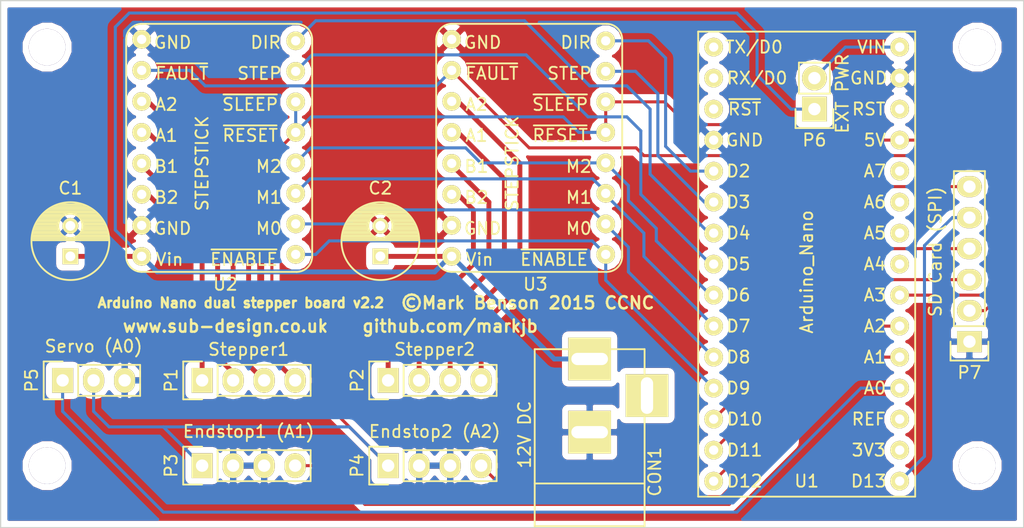
<source format=kicad_pcb>
(kicad_pcb (version 4) (host pcbnew 4.0.2-stable)

  (general
    (links 0)
    (no_connects 0)
    (area 115.431474 63.4545 206.610046 108.84626)
    (thickness 1.6)
    (drawings 8)
    (tracks 192)
    (zones 0)
    (modules 17)
    (nets 40)
  )

  (page A4)
  (layers
    (0 F.Cu signal)
    (31 B.Cu signal)
    (32 B.Adhes user)
    (33 F.Adhes user)
    (34 B.Paste user)
    (35 F.Paste user)
    (36 B.SilkS user)
    (37 F.SilkS user)
    (38 B.Mask user)
    (39 F.Mask user)
    (40 Dwgs.User user)
    (41 Cmts.User user)
    (42 Eco1.User user)
    (43 Eco2.User user)
    (44 Edge.Cuts user)
    (45 Margin user)
    (46 B.CrtYd user)
    (47 F.CrtYd user)
    (48 B.Fab user)
    (49 F.Fab user)
  )

  (setup
    (last_trace_width 0.25)
    (user_trace_width 0.4)
    (trace_clearance 0.2)
    (zone_clearance 0.508)
    (zone_45_only no)
    (trace_min 0.2)
    (segment_width 0.2)
    (edge_width 0.1)
    (via_size 0.6)
    (via_drill 0.4)
    (via_min_size 0.4)
    (via_min_drill 0.3)
    (uvia_size 0.3)
    (uvia_drill 0.1)
    (uvias_allowed no)
    (uvia_min_size 0.2)
    (uvia_min_drill 0.1)
    (pcb_text_width 0.3)
    (pcb_text_size 1.5 1.5)
    (mod_edge_width 0.15)
    (mod_text_size 1 1)
    (mod_text_width 0.15)
    (pad_size 1.5 1.5)
    (pad_drill 0.6)
    (pad_to_mask_clearance 0)
    (aux_axis_origin 0 0)
    (visible_elements 7FFFFF7F)
    (pcbplotparams
      (layerselection 0x000f0_80000001)
      (usegerberextensions true)
      (excludeedgelayer false)
      (linewidth 0.100000)
      (plotframeref false)
      (viasonmask false)
      (mode 1)
      (useauxorigin false)
      (hpglpennumber 1)
      (hpglpenspeed 20)
      (hpglpendiameter 15)
      (hpglpenoverlay 2)
      (psnegative false)
      (psa4output false)
      (plotreference true)
      (plotvalue true)
      (plotinvisibletext false)
      (padsonsilk false)
      (subtractmaskfromsilk false)
      (outputformat 1)
      (mirror false)
      (drillshape 0)
      (scaleselection 1)
      (outputdirectory "C:/Users/Mark Benson/Downloads/DRV8825_Arduino_Pro_PCB_v2.1/Gerberv2.1/"))
  )

  (net 0 "")
  (net 1 GND)
  (net 2 +12V)
  (net 3 "Net-(CON1-Pad3)")
  (net 4 "Net-(P1-Pad1)")
  (net 5 "Net-(P1-Pad2)")
  (net 6 "Net-(P1-Pad3)")
  (net 7 "Net-(P1-Pad4)")
  (net 8 "Net-(P2-Pad1)")
  (net 9 "Net-(P2-Pad2)")
  (net 10 "Net-(P2-Pad3)")
  (net 11 "Net-(P2-Pad4)")
  (net 12 "Net-(P6-Pad2)")
  (net 13 "Net-(U1-Pad1)")
  (net 14 "Net-(U1-Pad2)")
  (net 15 "Net-(U1-Pad3)")
  (net 16 "Net-(U1-Pad17)")
  (net 17 "Net-(U1-Pad18)")
  (net 18 "Net-(U1-Pad23)")
  (net 19 "Net-(U1-Pad24)")
  (net 20 "Net-(U1-Pad25)")
  (net 21 "Net-(U1-Pad26)")
  (net 22 "Net-(U1-Pad28)")
  (net 23 /VCC)
  (net 24 /ESTOP1)
  (net 25 /ESTOP2)
  (net 26 /SERVO)
  (net 27 /MISO)
  (net 28 /MOSI)
  (net 29 /SCK)
  (net 30 /SD_SEL)
  (net 31 /M0)
  (net 32 /M1)
  (net 33 /M2)
  (net 34 /ENABLE)
  (net 35 /FAULT)
  (net 36 /DIR2)
  (net 37 /STEP2)
  (net 38 /DIR1)
  (net 39 /STEP1)

  (net_class Default "This is the default net class."
    (clearance 0.2)
    (trace_width 0.25)
    (via_dia 0.6)
    (via_drill 0.4)
    (uvia_dia 0.3)
    (uvia_drill 0.1)
    (add_net +12V)
    (add_net /DIR1)
    (add_net /DIR2)
    (add_net /ENABLE)
    (add_net /ESTOP1)
    (add_net /ESTOP2)
    (add_net /FAULT)
    (add_net /M0)
    (add_net /M1)
    (add_net /M2)
    (add_net /MISO)
    (add_net /MOSI)
    (add_net /SCK)
    (add_net /SD_SEL)
    (add_net /SERVO)
    (add_net /STEP1)
    (add_net /STEP2)
    (add_net /VCC)
    (add_net GND)
    (add_net "Net-(CON1-Pad3)")
    (add_net "Net-(P1-Pad1)")
    (add_net "Net-(P1-Pad2)")
    (add_net "Net-(P1-Pad3)")
    (add_net "Net-(P1-Pad4)")
    (add_net "Net-(P2-Pad1)")
    (add_net "Net-(P2-Pad2)")
    (add_net "Net-(P2-Pad3)")
    (add_net "Net-(P2-Pad4)")
    (add_net "Net-(P6-Pad2)")
    (add_net "Net-(U1-Pad1)")
    (add_net "Net-(U1-Pad17)")
    (add_net "Net-(U1-Pad18)")
    (add_net "Net-(U1-Pad2)")
    (add_net "Net-(U1-Pad23)")
    (add_net "Net-(U1-Pad24)")
    (add_net "Net-(U1-Pad25)")
    (add_net "Net-(U1-Pad26)")
    (add_net "Net-(U1-Pad28)")
    (add_net "Net-(U1-Pad3)")
  )

  (net_class "2A Power (External layers)" ""
    (clearance 0.2)
    (trace_width 0.4)
    (via_dia 0.6)
    (via_drill 0.4)
    (uvia_dia 0.3)
    (uvia_drill 0.1)
  )

  (module Pin_Headers:Pin_Header_Straight_1x02 (layer F.Cu) (tedit 555A6F11) (tstamp 555769D9)
    (at 184.785 73.66 180)
    (descr "Through hole pin header")
    (tags "pin header")
    (path /555767DB)
    (fp_text reference P6 (at 0 -2.54 180) (layer F.SilkS)
      (effects (font (size 1 1) (thickness 0.15)))
    )
    (fp_text value "EXT PWR" (at -2.286 1.27 270) (layer F.SilkS)
      (effects (font (size 1 1) (thickness 0.15)))
    )
    (fp_line (start 1.27 1.27) (end 1.27 3.81) (layer F.SilkS) (width 0.15))
    (fp_line (start 1.55 -1.55) (end 1.55 0) (layer F.SilkS) (width 0.15))
    (fp_line (start -1.75 -1.75) (end -1.75 4.3) (layer F.CrtYd) (width 0.05))
    (fp_line (start 1.75 -1.75) (end 1.75 4.3) (layer F.CrtYd) (width 0.05))
    (fp_line (start -1.75 -1.75) (end 1.75 -1.75) (layer F.CrtYd) (width 0.05))
    (fp_line (start -1.75 4.3) (end 1.75 4.3) (layer F.CrtYd) (width 0.05))
    (fp_line (start 1.27 1.27) (end -1.27 1.27) (layer F.SilkS) (width 0.15))
    (fp_line (start -1.55 0) (end -1.55 -1.55) (layer F.SilkS) (width 0.15))
    (fp_line (start -1.55 -1.55) (end 1.55 -1.55) (layer F.SilkS) (width 0.15))
    (fp_line (start -1.27 1.27) (end -1.27 3.81) (layer F.SilkS) (width 0.15))
    (fp_line (start -1.27 3.81) (end 1.27 3.81) (layer F.SilkS) (width 0.15))
    (pad 1 thru_hole rect (at 0 0 180) (size 2.032 2.032) (drill 1.016) (layers *.Cu *.Mask F.SilkS)
      (net 2 +12V))
    (pad 2 thru_hole oval (at 0 2.54 180) (size 2.032 2.032) (drill 1.016) (layers *.Cu *.Mask F.SilkS)
      (net 12 "Net-(P6-Pad2)"))
    (model Pin_Headers.3dshapes/Pin_Header_Straight_1x02.wrl
      (at (xyz 0 -0.05 0))
      (scale (xyz 1 1 1))
      (rotate (xyz 0 0 90))
    )
  )

  (module Connect:BARREL_JACK (layer F.Cu) (tedit 555A6DC1) (tstamp 5557696A)
    (at 166.37 100.33 90)
    (descr "DC Barrel Jack")
    (tags "Power Jack")
    (path /551205A3)
    (fp_text reference CON1 (at -3.048 5.334 270) (layer F.SilkS)
      (effects (font (size 1 1) (thickness 0.15)))
    )
    (fp_text value "12V DC" (at 0 -5.334 90) (layer F.SilkS)
      (effects (font (size 1 1) (thickness 0.15)))
    )
    (fp_line (start -4.0005 -4.50088) (end -4.0005 4.50088) (layer F.SilkS) (width 0.15))
    (fp_line (start -7.50062 -4.50088) (end -7.50062 4.50088) (layer F.SilkS) (width 0.15))
    (fp_line (start -7.50062 4.50088) (end 7.00024 4.50088) (layer F.SilkS) (width 0.15))
    (fp_line (start 7.00024 4.50088) (end 7.00024 -4.50088) (layer F.SilkS) (width 0.15))
    (fp_line (start 7.00024 -4.50088) (end -7.50062 -4.50088) (layer F.SilkS) (width 0.15))
    (pad 1 thru_hole rect (at 6.20014 0 90) (size 3.50012 3.50012) (drill oval 1.00076 2.99974) (layers *.Cu *.Mask F.SilkS)
      (net 2 +12V))
    (pad 2 thru_hole rect (at 0.20066 0 90) (size 3.50012 3.50012) (drill oval 1.00076 2.99974) (layers *.Cu *.Mask F.SilkS)
      (net 1 GND))
    (pad 3 thru_hole rect (at 3.2004 4.699 90) (size 3.50012 3.50012) (drill oval 2.99974 1.00076) (layers *.Cu *.Mask F.SilkS)
      (net 3 "Net-(CON1-Pad3)"))
  )

  (module Pin_Headers:Pin_Header_Straight_1x06 (layer F.Cu) (tedit 555A683F) (tstamp 555A5B5D)
    (at 197.485 92.71 180)
    (descr "Through hole pin header")
    (tags "pin header")
    (path /555A4D42)
    (fp_text reference P7 (at 0 -2.54 360) (layer F.SilkS)
      (effects (font (size 1 1) (thickness 0.15)))
    )
    (fp_text value "SD Card (SPI)" (at 2.794 7.366 450) (layer F.SilkS)
      (effects (font (size 1 1) (thickness 0.15)))
    )
    (fp_line (start -1.75 -1.75) (end -1.75 14.45) (layer F.CrtYd) (width 0.05))
    (fp_line (start 1.75 -1.75) (end 1.75 14.45) (layer F.CrtYd) (width 0.05))
    (fp_line (start -1.75 -1.75) (end 1.75 -1.75) (layer F.CrtYd) (width 0.05))
    (fp_line (start -1.75 14.45) (end 1.75 14.45) (layer F.CrtYd) (width 0.05))
    (fp_line (start 1.27 1.27) (end 1.27 13.97) (layer F.SilkS) (width 0.15))
    (fp_line (start 1.27 13.97) (end -1.27 13.97) (layer F.SilkS) (width 0.15))
    (fp_line (start -1.27 13.97) (end -1.27 1.27) (layer F.SilkS) (width 0.15))
    (fp_line (start 1.55 -1.55) (end 1.55 0) (layer F.SilkS) (width 0.15))
    (fp_line (start 1.27 1.27) (end -1.27 1.27) (layer F.SilkS) (width 0.15))
    (fp_line (start -1.55 0) (end -1.55 -1.55) (layer F.SilkS) (width 0.15))
    (fp_line (start -1.55 -1.55) (end 1.55 -1.55) (layer F.SilkS) (width 0.15))
    (pad 1 thru_hole rect (at 0 0 180) (size 2.032 1.7272) (drill 1.016) (layers *.Cu *.Mask F.SilkS)
      (net 1 GND))
    (pad 2 thru_hole oval (at 0 2.54 180) (size 2.032 1.7272) (drill 1.016) (layers *.Cu *.Mask F.SilkS)
      (net 23 /VCC))
    (pad 3 thru_hole oval (at 0 5.08 180) (size 2.032 1.7272) (drill 1.016) (layers *.Cu *.Mask F.SilkS)
      (net 27 /MISO))
    (pad 4 thru_hole oval (at 0 7.62 180) (size 2.032 1.7272) (drill 1.016) (layers *.Cu *.Mask F.SilkS)
      (net 28 /MOSI))
    (pad 5 thru_hole oval (at 0 10.16 180) (size 2.032 1.7272) (drill 1.016) (layers *.Cu *.Mask F.SilkS)
      (net 29 /SCK))
    (pad 6 thru_hole oval (at 0 12.7 180) (size 2.032 1.7272) (drill 1.016) (layers *.Cu *.Mask F.SilkS)
      (net 30 /SD_SEL))
    (model Pin_Headers.3dshapes/Pin_Header_Straight_1x06.wrl
      (at (xyz 0 -0.25 0))
      (scale (xyz 1 1 1))
      (rotate (xyz 0 0 90))
    )
  )

  (module Custom:Stepstick (layer F.Cu) (tedit 5557DDA7) (tstamp 55576A75)
    (at 161.925 75.565)
    (path /5511FA67)
    (fp_text reference U3 (at 0 12.446) (layer F.SilkS)
      (effects (font (size 1 1) (thickness 0.15)))
    )
    (fp_text value STEPSTICK (at -1.905 2.54 90) (layer F.SilkS)
      (effects (font (size 1 1) (thickness 0.15)))
    )
    (fp_line (start -6.858 -8.89) (end 5.842 -8.89) (layer F.SilkS) (width 0.15))
    (fp_line (start 7.112 10.16) (end 7.112 -7.62) (layer F.SilkS) (width 0.15))
    (fp_line (start -6.858 11.43) (end 5.842 11.43) (layer F.SilkS) (width 0.15))
    (fp_text user DIR (at 3.302 -7.366) (layer F.SilkS)
      (effects (font (size 1 1) (thickness 0.15)))
    )
    (fp_text user STEP (at 2.794 -4.826) (layer F.SilkS)
      (effects (font (size 1 1) (thickness 0.15)))
    )
    (fp_text user ~SLEEP (at 2.032 -2.286) (layer F.SilkS)
      (effects (font (size 1 1) (thickness 0.15)))
    )
    (fp_text user ~RESET (at 2.032 0.254) (layer F.SilkS)
      (effects (font (size 1 1) (thickness 0.15)))
    )
    (fp_text user M2 (at 3.556 2.794) (layer F.SilkS)
      (effects (font (size 1 1) (thickness 0.15)))
    )
    (fp_text user M1 (at 3.556 5.334) (layer F.SilkS)
      (effects (font (size 1 1) (thickness 0.15)))
    )
    (fp_text user M0 (at 3.556 7.874) (layer F.SilkS)
      (effects (font (size 1 1) (thickness 0.15)))
    )
    (fp_text user ~ENABLE (at 1.524 10.414) (layer F.SilkS)
      (effects (font (size 1 1) (thickness 0.15)))
    )
    (fp_text user Vin (at -4.572 10.414) (layer F.SilkS)
      (effects (font (size 1 1) (thickness 0.15)))
    )
    (fp_text user GND (at -4.318 7.874) (layer F.SilkS)
      (effects (font (size 1 1) (thickness 0.15)))
    )
    (fp_text user B2 (at -4.826 5.334) (layer F.SilkS)
      (effects (font (size 1 1) (thickness 0.15)))
    )
    (fp_text user B1 (at -4.826 2.794) (layer F.SilkS)
      (effects (font (size 1 1) (thickness 0.15)))
    )
    (fp_text user A1 (at -4.826 0.254) (layer F.SilkS)
      (effects (font (size 1 1) (thickness 0.15)))
    )
    (fp_text user A2 (at -4.826 -2.286) (layer F.SilkS)
      (effects (font (size 1 1) (thickness 0.15)))
    )
    (fp_text user ~FAULT (at -3.556 -4.826) (layer F.SilkS)
      (effects (font (size 1 1) (thickness 0.15)))
    )
    (fp_text user GND (at -4.318 -7.366) (layer F.SilkS)
      (effects (font (size 1 1) (thickness 0.15)))
    )
    (fp_arc (start -6.858 10.16) (end -6.858 11.43) (angle 90) (layer F.SilkS) (width 0.15))
    (fp_arc (start -6.858 -7.62) (end -8.128 -7.62) (angle 90) (layer F.SilkS) (width 0.15))
    (fp_arc (start 5.842 -7.62) (end 5.842 -8.89) (angle 90) (layer F.SilkS) (width 0.15))
    (fp_arc (start 5.842 10.16) (end 7.112 10.16) (angle 90) (layer F.SilkS) (width 0.15))
    (fp_line (start -8.128 -7.62) (end -8.128 10.16) (layer F.SilkS) (width 0.15))
    (pad 1 thru_hole circle (at -6.858 -7.62) (size 1.524 1.524) (drill 0.762) (layers *.Cu *.Mask F.SilkS)
      (net 1 GND))
    (pad 2 thru_hole circle (at -6.858 -5.08) (size 1.524 1.524) (drill 0.762) (layers *.Cu *.Mask F.SilkS)
      (net 35 /FAULT))
    (pad 3 thru_hole circle (at -6.858 -2.54) (size 1.524 1.524) (drill 0.762) (layers *.Cu *.Mask F.SilkS)
      (net 11 "Net-(P2-Pad4)"))
    (pad 4 thru_hole circle (at -6.858 0) (size 1.524 1.524) (drill 0.762) (layers *.Cu *.Mask F.SilkS)
      (net 10 "Net-(P2-Pad3)"))
    (pad 5 thru_hole circle (at -6.858 2.54) (size 1.524 1.524) (drill 0.762) (layers *.Cu *.Mask F.SilkS)
      (net 9 "Net-(P2-Pad2)"))
    (pad 6 thru_hole circle (at -6.858 5.08) (size 1.524 1.524) (drill 0.762) (layers *.Cu *.Mask F.SilkS)
      (net 8 "Net-(P2-Pad1)"))
    (pad 7 thru_hole circle (at -6.858 7.62) (size 1.524 1.524) (drill 0.762) (layers *.Cu *.Mask F.SilkS)
      (net 1 GND))
    (pad 8 thru_hole circle (at -6.858 10.16) (size 1.524 1.524) (drill 0.762) (layers *.Cu *.Mask F.SilkS)
      (net 2 +12V))
    (pad 9 thru_hole circle (at 5.762 10) (size 1.524 1.524) (drill 0.762) (layers *.Cu *.Mask F.SilkS)
      (net 34 /ENABLE))
    (pad 10 thru_hole circle (at 5.762 7.5) (size 1.524 1.524) (drill 0.762) (layers *.Cu *.Mask F.SilkS)
      (net 31 /M0))
    (pad 11 thru_hole circle (at 5.762 5) (size 1.524 1.524) (drill 0.762) (layers *.Cu *.Mask F.SilkS)
      (net 32 /M1))
    (pad 12 thru_hole circle (at 5.762 2.5) (size 1.524 1.524) (drill 0.762) (layers *.Cu *.Mask F.SilkS)
      (net 33 /M2))
    (pad 13 thru_hole circle (at 5.762 0) (size 1.524 1.524) (drill 0.762) (layers *.Cu *.Mask F.SilkS)
      (net 23 /VCC))
    (pad 14 thru_hole circle (at 5.762 -2.5) (size 1.524 1.524) (drill 0.762) (layers *.Cu *.Mask F.SilkS)
      (net 23 /VCC))
    (pad 15 thru_hole circle (at 5.762 -5) (size 1.524 1.524) (drill 0.762) (layers *.Cu *.Mask F.SilkS)
      (net 37 /STEP2))
    (pad 16 thru_hole circle (at 5.762 -7.5) (size 1.524 1.524) (drill 0.762) (layers *.Cu *.Mask F.SilkS)
      (net 36 /DIR2))
  )

  (module Custom:Stepstick (layer F.Cu) (tedit 5557DDAE) (tstamp 55576A49)
    (at 136.525 75.565)
    (path /5511FA12)
    (fp_text reference U2 (at 0 12.446) (layer F.SilkS)
      (effects (font (size 1 1) (thickness 0.15)))
    )
    (fp_text value STEPSTICK (at -1.905 2.54 90) (layer F.SilkS)
      (effects (font (size 1 1) (thickness 0.15)))
    )
    (fp_line (start -6.858 -8.89) (end 5.842 -8.89) (layer F.SilkS) (width 0.15))
    (fp_line (start 7.112 10.16) (end 7.112 -7.62) (layer F.SilkS) (width 0.15))
    (fp_line (start -6.858 11.43) (end 5.842 11.43) (layer F.SilkS) (width 0.15))
    (fp_text user DIR (at 3.302 -7.366) (layer F.SilkS)
      (effects (font (size 1 1) (thickness 0.15)))
    )
    (fp_text user STEP (at 2.794 -4.826) (layer F.SilkS)
      (effects (font (size 1 1) (thickness 0.15)))
    )
    (fp_text user ~SLEEP (at 2.032 -2.286) (layer F.SilkS)
      (effects (font (size 1 1) (thickness 0.15)))
    )
    (fp_text user ~RESET (at 2.032 0.254) (layer F.SilkS)
      (effects (font (size 1 1) (thickness 0.15)))
    )
    (fp_text user M2 (at 3.556 2.794) (layer F.SilkS)
      (effects (font (size 1 1) (thickness 0.15)))
    )
    (fp_text user M1 (at 3.556 5.334) (layer F.SilkS)
      (effects (font (size 1 1) (thickness 0.15)))
    )
    (fp_text user M0 (at 3.556 7.874) (layer F.SilkS)
      (effects (font (size 1 1) (thickness 0.15)))
    )
    (fp_text user ~ENABLE (at 1.524 10.414) (layer F.SilkS)
      (effects (font (size 1 1) (thickness 0.15)))
    )
    (fp_text user Vin (at -4.572 10.414) (layer F.SilkS)
      (effects (font (size 1 1) (thickness 0.15)))
    )
    (fp_text user GND (at -4.318 7.874) (layer F.SilkS)
      (effects (font (size 1 1) (thickness 0.15)))
    )
    (fp_text user B2 (at -4.826 5.334) (layer F.SilkS)
      (effects (font (size 1 1) (thickness 0.15)))
    )
    (fp_text user B1 (at -4.826 2.794) (layer F.SilkS)
      (effects (font (size 1 1) (thickness 0.15)))
    )
    (fp_text user A1 (at -4.826 0.254) (layer F.SilkS)
      (effects (font (size 1 1) (thickness 0.15)))
    )
    (fp_text user A2 (at -4.826 -2.286) (layer F.SilkS)
      (effects (font (size 1 1) (thickness 0.15)))
    )
    (fp_text user ~FAULT (at -3.556 -4.826) (layer F.SilkS)
      (effects (font (size 1 1) (thickness 0.15)))
    )
    (fp_text user GND (at -4.318 -7.366) (layer F.SilkS)
      (effects (font (size 1 1) (thickness 0.15)))
    )
    (fp_arc (start -6.858 10.16) (end -6.858 11.43) (angle 90) (layer F.SilkS) (width 0.15))
    (fp_arc (start -6.858 -7.62) (end -8.128 -7.62) (angle 90) (layer F.SilkS) (width 0.15))
    (fp_arc (start 5.842 -7.62) (end 5.842 -8.89) (angle 90) (layer F.SilkS) (width 0.15))
    (fp_arc (start 5.842 10.16) (end 7.112 10.16) (angle 90) (layer F.SilkS) (width 0.15))
    (fp_line (start -8.128 -7.62) (end -8.128 10.16) (layer F.SilkS) (width 0.15))
    (pad 1 thru_hole circle (at -6.858 -7.62) (size 1.524 1.524) (drill 0.762) (layers *.Cu *.Mask F.SilkS)
      (net 1 GND))
    (pad 2 thru_hole circle (at -6.858 -5.08) (size 1.524 1.524) (drill 0.762) (layers *.Cu *.Mask F.SilkS)
      (net 35 /FAULT))
    (pad 3 thru_hole circle (at -6.858 -2.54) (size 1.524 1.524) (drill 0.762) (layers *.Cu *.Mask F.SilkS)
      (net 7 "Net-(P1-Pad4)"))
    (pad 4 thru_hole circle (at -6.858 0) (size 1.524 1.524) (drill 0.762) (layers *.Cu *.Mask F.SilkS)
      (net 6 "Net-(P1-Pad3)"))
    (pad 5 thru_hole circle (at -6.858 2.54) (size 1.524 1.524) (drill 0.762) (layers *.Cu *.Mask F.SilkS)
      (net 5 "Net-(P1-Pad2)"))
    (pad 6 thru_hole circle (at -6.858 5.08) (size 1.524 1.524) (drill 0.762) (layers *.Cu *.Mask F.SilkS)
      (net 4 "Net-(P1-Pad1)"))
    (pad 7 thru_hole circle (at -6.858 7.62) (size 1.524 1.524) (drill 0.762) (layers *.Cu *.Mask F.SilkS)
      (net 1 GND))
    (pad 8 thru_hole circle (at -6.858 10.16) (size 1.524 1.524) (drill 0.762) (layers *.Cu *.Mask F.SilkS)
      (net 2 +12V))
    (pad 9 thru_hole circle (at 5.762 10) (size 1.524 1.524) (drill 0.762) (layers *.Cu *.Mask F.SilkS)
      (net 34 /ENABLE))
    (pad 10 thru_hole circle (at 5.762 7.5) (size 1.524 1.524) (drill 0.762) (layers *.Cu *.Mask F.SilkS)
      (net 31 /M0))
    (pad 11 thru_hole circle (at 5.762 5) (size 1.524 1.524) (drill 0.762) (layers *.Cu *.Mask F.SilkS)
      (net 32 /M1))
    (pad 12 thru_hole circle (at 5.762 2.5) (size 1.524 1.524) (drill 0.762) (layers *.Cu *.Mask F.SilkS)
      (net 33 /M2))
    (pad 13 thru_hole circle (at 5.762 0) (size 1.524 1.524) (drill 0.762) (layers *.Cu *.Mask F.SilkS)
      (net 23 /VCC))
    (pad 14 thru_hole circle (at 5.762 -2.5) (size 1.524 1.524) (drill 0.762) (layers *.Cu *.Mask F.SilkS)
      (net 23 /VCC))
    (pad 15 thru_hole circle (at 5.762 -5) (size 1.524 1.524) (drill 0.762) (layers *.Cu *.Mask F.SilkS)
      (net 39 /STEP1))
    (pad 16 thru_hole circle (at 5.762 -7.5) (size 1.524 1.524) (drill 0.762) (layers *.Cu *.Mask F.SilkS)
      (net 38 /DIR1))
  )

  (module Mounting_Holes:MountingHole_3mm (layer F.Cu) (tedit 555A694C) (tstamp 5557CEC3)
    (at 121.92 68.58)
    (descr "Mounting hole, Befestigungsbohrung, 3mm, No Annular, Kein Restring,")
    (tags "Mounting hole, Befestigungsbohrung, 3mm, No Annular, Kein Restring,")
    (fp_text reference REF** (at 0 -4.0005) (layer F.Fab) hide
      (effects (font (size 1 1) (thickness 0.15)))
    )
    (fp_text value MountingHole_3mm (at 1.00076 5.00126) (layer F.Fab) hide
      (effects (font (size 1 1) (thickness 0.15)))
    )
    (fp_circle (center 0 0) (end 3 0) (layer Cmts.User) (width 0.381))
    (pad 1 thru_hole circle (at 0 0) (size 3 3) (drill 3) (layers))
  )

  (module Mounting_Holes:MountingHole_3mm (layer F.Cu) (tedit 5557DC63) (tstamp 5557CEB8)
    (at 121.92 102.87)
    (descr "Mounting hole, Befestigungsbohrung, 3mm, No Annular, Kein Restring,")
    (tags "Mounting hole, Befestigungsbohrung, 3mm, No Annular, Kein Restring,")
    (fp_text reference REF** (at 0 -4.0005) (layer F.Fab) hide
      (effects (font (size 1 1) (thickness 0.15)))
    )
    (fp_text value MountingHole_3mm (at 1.00076 5.00126) (layer F.Fab) hide
      (effects (font (size 1 1) (thickness 0.15)))
    )
    (fp_circle (center 0 0) (end 3 0) (layer Cmts.User) (width 0.381))
    (pad 1 thru_hole circle (at 0 0) (size 3 3) (drill 3) (layers))
  )

  (module Mounting_Holes:MountingHole_3mm (layer F.Cu) (tedit 5557DC54) (tstamp 5557BFF0)
    (at 198.12 102.87)
    (descr "Mounting hole, Befestigungsbohrung, 3mm, No Annular, Kein Restring,")
    (tags "Mounting hole, Befestigungsbohrung, 3mm, No Annular, Kein Restring,")
    (fp_text reference REF** (at 0 -4.0005) (layer F.Fab) hide
      (effects (font (size 1 1) (thickness 0.15)))
    )
    (fp_text value MountingHole_3mm (at 1.00076 5.00126) (layer F.Fab) hide
      (effects (font (size 1 1) (thickness 0.15)))
    )
    (fp_circle (center 0 0) (end 3 0) (layer Cmts.User) (width 0.381))
    (pad 1 thru_hole circle (at 0 0) (size 3 3) (drill 3) (layers))
  )

  (module Mounting_Holes:MountingHole_3mm (layer F.Cu) (tedit 5557DC3E) (tstamp 5557BFF7)
    (at 198.12 68.58)
    (descr "Mounting hole, Befestigungsbohrung, 3mm, No Annular, Kein Restring,")
    (tags "Mounting hole, Befestigungsbohrung, 3mm, No Annular, Kein Restring,")
    (fp_text reference REF** (at 0 -4.0005) (layer F.Fab) hide
      (effects (font (size 1 1) (thickness 0.15)))
    )
    (fp_text value MountingHole_3mm (at 1.00076 5.00126) (layer F.Fab) hide
      (effects (font (size 1 1) (thickness 0.15)))
    )
    (fp_circle (center 0 0) (end 3 0) (layer Cmts.User) (width 0.381))
    (pad 1 thru_hole circle (at 0 0) (size 3 3) (drill 3) (layers))
  )

  (module Custom:Arduino_nano_v3 (layer F.Cu) (tedit 5557DFFF) (tstamp 55576A1D)
    (at 184.15 83.82)
    (path /5511F6F5)
    (fp_text reference U1 (at 0 20.32) (layer F.SilkS)
      (effects (font (size 1 1) (thickness 0.15)))
    )
    (fp_text value Arduino_Nano (at 0 3.175 90) (layer F.SilkS)
      (effects (font (size 1 1) (thickness 0.15)))
    )
    (fp_text user VIN (at 5.334 -15.24) (layer F.SilkS)
      (effects (font (size 1 1) (thickness 0.15)))
    )
    (fp_text user GND (at 5.08 -12.7) (layer F.SilkS)
      (effects (font (size 1 1) (thickness 0.15)))
    )
    (fp_text user RST (at 5.08 -10.16) (layer F.SilkS)
      (effects (font (size 1 1) (thickness 0.15)))
    )
    (fp_text user 5V (at 5.588 -7.62) (layer F.SilkS)
      (effects (font (size 1 1) (thickness 0.15)))
    )
    (fp_text user A7 (at 5.588 -5.08) (layer F.SilkS)
      (effects (font (size 1 1) (thickness 0.15)))
    )
    (fp_text user A6 (at 5.588 -2.54) (layer F.SilkS)
      (effects (font (size 1 1) (thickness 0.15)))
    )
    (fp_text user A5 (at 5.588 0) (layer F.SilkS)
      (effects (font (size 1 1) (thickness 0.15)))
    )
    (fp_text user A4 (at 5.588 2.54) (layer F.SilkS)
      (effects (font (size 1 1) (thickness 0.15)))
    )
    (fp_text user A3 (at 5.588 5.08) (layer F.SilkS)
      (effects (font (size 1 1) (thickness 0.15)))
    )
    (fp_text user A2 (at 5.588 7.62) (layer F.SilkS)
      (effects (font (size 1 1) (thickness 0.15)))
    )
    (fp_text user A1 (at 5.588 10.16) (layer F.SilkS)
      (effects (font (size 1 1) (thickness 0.15)))
    )
    (fp_text user A0 (at 5.588 12.7) (layer F.SilkS)
      (effects (font (size 1 1) (thickness 0.15)))
    )
    (fp_text user REF (at 5.08 15.24) (layer F.SilkS)
      (effects (font (size 1 1) (thickness 0.15)))
    )
    (fp_text user 3V3 (at 5.08 17.78) (layer F.SilkS)
      (effects (font (size 1 1) (thickness 0.15)))
    )
    (fp_text user D13 (at 5.08 20.32) (layer F.SilkS)
      (effects (font (size 1 1) (thickness 0.15)))
    )
    (fp_text user D12 (at -5.08 20.32) (layer F.SilkS)
      (effects (font (size 1 1) (thickness 0.15)))
    )
    (fp_text user D11 (at -5.08 17.78) (layer F.SilkS)
      (effects (font (size 1 1) (thickness 0.15)))
    )
    (fp_text user D10 (at -5.08 15.24) (layer F.SilkS)
      (effects (font (size 1 1) (thickness 0.15)))
    )
    (fp_text user D9 (at -5.588 12.7) (layer F.SilkS)
      (effects (font (size 1 1) (thickness 0.15)))
    )
    (fp_text user D8 (at -5.588 10.16) (layer F.SilkS)
      (effects (font (size 1 1) (thickness 0.15)))
    )
    (fp_text user D7 (at -5.588 7.62) (layer F.SilkS)
      (effects (font (size 1 1) (thickness 0.15)))
    )
    (fp_text user D6 (at -5.588 5.08) (layer F.SilkS)
      (effects (font (size 1 1) (thickness 0.15)))
    )
    (fp_text user D5 (at -5.588 2.54) (layer F.SilkS)
      (effects (font (size 1 1) (thickness 0.15)))
    )
    (fp_text user D4 (at -5.588 0) (layer F.SilkS)
      (effects (font (size 1 1) (thickness 0.15)))
    )
    (fp_text user D3 (at -5.588 -2.54) (layer F.SilkS)
      (effects (font (size 1 1) (thickness 0.15)))
    )
    (fp_text user D2 (at -5.588 -5.08) (layer F.SilkS)
      (effects (font (size 1 1) (thickness 0.15)))
    )
    (fp_text user GND (at -5.08 -7.62) (layer F.SilkS)
      (effects (font (size 1 1) (thickness 0.15)))
    )
    (fp_text user ~RST (at -5.08 -10.16) (layer F.SilkS)
      (effects (font (size 1 1) (thickness 0.15)))
    )
    (fp_text user RX/D0 (at -4.064 -12.7) (layer F.SilkS)
      (effects (font (size 1 1) (thickness 0.15)))
    )
    (fp_text user TX/D0 (at -4.318 -15.24) (layer F.SilkS)
      (effects (font (size 1 1) (thickness 0.15)))
    )
    (fp_line (start 8.89 -16.51) (end -8.89 -16.51) (layer F.SilkS) (width 0.15))
    (fp_line (start -8.89 -16.51) (end -8.89 21.59) (layer F.SilkS) (width 0.15))
    (fp_line (start -8.89 21.59) (end 8.89 21.59) (layer F.SilkS) (width 0.15))
    (fp_line (start 8.89 21.59) (end 8.89 -16.51) (layer F.SilkS) (width 0.15))
    (pad 1 thru_hole circle (at -7.62 -15.24) (size 1.524 1.524) (drill 0.762) (layers *.Cu *.Mask F.SilkS)
      (net 13 "Net-(U1-Pad1)"))
    (pad 2 thru_hole circle (at -7.62 -12.7) (size 1.524 1.524) (drill 0.762) (layers *.Cu *.Mask F.SilkS)
      (net 14 "Net-(U1-Pad2)"))
    (pad 3 thru_hole circle (at -7.62 -10.16) (size 1.524 1.524) (drill 0.762) (layers *.Cu *.Mask F.SilkS)
      (net 15 "Net-(U1-Pad3)"))
    (pad 4 thru_hole circle (at -7.62 -7.62) (size 1.524 1.524) (drill 0.762) (layers *.Cu *.Mask F.SilkS)
      (net 1 GND))
    (pad 5 thru_hole circle (at -7.62 -5.08) (size 1.524 1.524) (drill 0.762) (layers *.Cu *.Mask F.SilkS)
      (net 36 /DIR2))
    (pad 6 thru_hole circle (at -7.62 -2.54) (size 1.524 1.524) (drill 0.762) (layers *.Cu *.Mask F.SilkS)
      (net 37 /STEP2))
    (pad 7 thru_hole circle (at -7.62 0) (size 1.524 1.524) (drill 0.762) (layers *.Cu *.Mask F.SilkS)
      (net 38 /DIR1))
    (pad 8 thru_hole circle (at -7.62 2.54) (size 1.524 1.524) (drill 0.762) (layers *.Cu *.Mask F.SilkS)
      (net 39 /STEP1))
    (pad 9 thru_hole circle (at -7.62 5.08) (size 1.524 1.524) (drill 0.762) (layers *.Cu *.Mask F.SilkS)
      (net 33 /M2))
    (pad 10 thru_hole circle (at -7.62 7.62) (size 1.524 1.524) (drill 0.762) (layers *.Cu *.Mask F.SilkS)
      (net 32 /M1))
    (pad 11 thru_hole circle (at -7.62 10.16) (size 1.524 1.524) (drill 0.762) (layers *.Cu *.Mask F.SilkS)
      (net 31 /M0))
    (pad 12 thru_hole circle (at -7.62 12.7) (size 1.524 1.524) (drill 0.762) (layers *.Cu *.Mask F.SilkS)
      (net 34 /ENABLE))
    (pad 13 thru_hole circle (at -7.62 15.24) (size 1.524 1.524) (drill 0.762) (layers *.Cu *.Mask F.SilkS)
      (net 30 /SD_SEL))
    (pad 14 thru_hole circle (at -7.62 17.78) (size 1.524 1.524) (drill 0.762) (layers *.Cu *.Mask F.SilkS)
      (net 28 /MOSI))
    (pad 15 thru_hole circle (at -7.62 20.32) (size 1.524 1.524) (drill 0.762) (layers *.Cu *.Mask F.SilkS)
      (net 27 /MISO))
    (pad 16 thru_hole circle (at 7.62 20.32) (size 1.524 1.524) (drill 0.762) (layers *.Cu *.Mask F.SilkS)
      (net 29 /SCK))
    (pad 17 thru_hole circle (at 7.62 17.78) (size 1.524 1.524) (drill 0.762) (layers *.Cu *.Mask F.SilkS)
      (net 16 "Net-(U1-Pad17)"))
    (pad 18 thru_hole circle (at 7.62 15.24) (size 1.524 1.524) (drill 0.762) (layers *.Cu *.Mask F.SilkS)
      (net 17 "Net-(U1-Pad18)"))
    (pad 19 thru_hole circle (at 7.62 12.7) (size 1.524 1.524) (drill 0.762) (layers *.Cu *.Mask F.SilkS)
      (net 26 /SERVO))
    (pad 20 thru_hole circle (at 7.62 10.16) (size 1.524 1.524) (drill 0.762) (layers *.Cu *.Mask F.SilkS)
      (net 24 /ESTOP1))
    (pad 21 thru_hole circle (at 7.62 7.62) (size 1.524 1.524) (drill 0.762) (layers *.Cu *.Mask F.SilkS)
      (net 25 /ESTOP2))
    (pad 22 thru_hole circle (at 7.62 5.08) (size 1.524 1.524) (drill 0.762) (layers *.Cu *.Mask F.SilkS)
      (net 35 /FAULT))
    (pad 23 thru_hole circle (at 7.62 2.54) (size 1.524 1.524) (drill 0.762) (layers *.Cu *.Mask F.SilkS)
      (net 18 "Net-(U1-Pad23)"))
    (pad 24 thru_hole circle (at 7.62 0) (size 1.524 1.524) (drill 0.762) (layers *.Cu *.Mask F.SilkS)
      (net 19 "Net-(U1-Pad24)"))
    (pad 25 thru_hole circle (at 7.62 -2.54) (size 1.524 1.524) (drill 0.762) (layers *.Cu *.Mask F.SilkS)
      (net 20 "Net-(U1-Pad25)"))
    (pad 26 thru_hole circle (at 7.62 -5.08) (size 1.524 1.524) (drill 0.762) (layers *.Cu *.Mask F.SilkS)
      (net 21 "Net-(U1-Pad26)"))
    (pad 27 thru_hole circle (at 7.62 -7.62) (size 1.524 1.524) (drill 0.762) (layers *.Cu *.Mask F.SilkS)
      (net 23 /VCC))
    (pad 28 thru_hole circle (at 7.62 -10.16) (size 1.524 1.524) (drill 0.762) (layers *.Cu *.Mask F.SilkS)
      (net 22 "Net-(U1-Pad28)"))
    (pad 29 thru_hole circle (at 7.62 -12.7) (size 1.524 1.524) (drill 0.762) (layers *.Cu *.Mask F.SilkS)
      (net 1 GND))
    (pad 30 thru_hole circle (at 7.62 -15.24) (size 1.524 1.524) (drill 0.762) (layers *.Cu *.Mask F.SilkS)
      (net 12 "Net-(P6-Pad2)"))
  )

  (module Capacitors_ThroughHole:C_Radial_D6.3_L11.2_P2.5 (layer F.Cu) (tedit 5557C792) (tstamp 5557C634)
    (at 123.825 85.725 90)
    (descr "Radial Electrolytic Capacitor, Diameter 6.3mm x Length 11.2mm, Pitch 2.5mm")
    (tags "Electrolytic Capacitor")
    (path /553A6DF8)
    (fp_text reference C1 (at 5.588 0 180) (layer F.SilkS)
      (effects (font (size 1 1) (thickness 0.15)))
    )
    (fp_text value CP (at 1.25 4.4 90) (layer F.Fab)
      (effects (font (size 1 1) (thickness 0.15)))
    )
    (fp_line (start 1.325 -3.149) (end 1.325 3.149) (layer F.SilkS) (width 0.15))
    (fp_line (start 1.465 -3.143) (end 1.465 3.143) (layer F.SilkS) (width 0.15))
    (fp_line (start 1.605 -3.13) (end 1.605 -0.446) (layer F.SilkS) (width 0.15))
    (fp_line (start 1.605 0.446) (end 1.605 3.13) (layer F.SilkS) (width 0.15))
    (fp_line (start 1.745 -3.111) (end 1.745 -0.656) (layer F.SilkS) (width 0.15))
    (fp_line (start 1.745 0.656) (end 1.745 3.111) (layer F.SilkS) (width 0.15))
    (fp_line (start 1.885 -3.085) (end 1.885 -0.789) (layer F.SilkS) (width 0.15))
    (fp_line (start 1.885 0.789) (end 1.885 3.085) (layer F.SilkS) (width 0.15))
    (fp_line (start 2.025 -3.053) (end 2.025 -0.88) (layer F.SilkS) (width 0.15))
    (fp_line (start 2.025 0.88) (end 2.025 3.053) (layer F.SilkS) (width 0.15))
    (fp_line (start 2.165 -3.014) (end 2.165 -0.942) (layer F.SilkS) (width 0.15))
    (fp_line (start 2.165 0.942) (end 2.165 3.014) (layer F.SilkS) (width 0.15))
    (fp_line (start 2.305 -2.968) (end 2.305 -0.981) (layer F.SilkS) (width 0.15))
    (fp_line (start 2.305 0.981) (end 2.305 2.968) (layer F.SilkS) (width 0.15))
    (fp_line (start 2.445 -2.915) (end 2.445 -0.998) (layer F.SilkS) (width 0.15))
    (fp_line (start 2.445 0.998) (end 2.445 2.915) (layer F.SilkS) (width 0.15))
    (fp_line (start 2.585 -2.853) (end 2.585 -0.996) (layer F.SilkS) (width 0.15))
    (fp_line (start 2.585 0.996) (end 2.585 2.853) (layer F.SilkS) (width 0.15))
    (fp_line (start 2.725 -2.783) (end 2.725 -0.974) (layer F.SilkS) (width 0.15))
    (fp_line (start 2.725 0.974) (end 2.725 2.783) (layer F.SilkS) (width 0.15))
    (fp_line (start 2.865 -2.704) (end 2.865 -0.931) (layer F.SilkS) (width 0.15))
    (fp_line (start 2.865 0.931) (end 2.865 2.704) (layer F.SilkS) (width 0.15))
    (fp_line (start 3.005 -2.616) (end 3.005 -0.863) (layer F.SilkS) (width 0.15))
    (fp_line (start 3.005 0.863) (end 3.005 2.616) (layer F.SilkS) (width 0.15))
    (fp_line (start 3.145 -2.516) (end 3.145 -0.764) (layer F.SilkS) (width 0.15))
    (fp_line (start 3.145 0.764) (end 3.145 2.516) (layer F.SilkS) (width 0.15))
    (fp_line (start 3.285 -2.404) (end 3.285 -0.619) (layer F.SilkS) (width 0.15))
    (fp_line (start 3.285 0.619) (end 3.285 2.404) (layer F.SilkS) (width 0.15))
    (fp_line (start 3.425 -2.279) (end 3.425 -0.38) (layer F.SilkS) (width 0.15))
    (fp_line (start 3.425 0.38) (end 3.425 2.279) (layer F.SilkS) (width 0.15))
    (fp_line (start 3.565 -2.136) (end 3.565 2.136) (layer F.SilkS) (width 0.15))
    (fp_line (start 3.705 -1.974) (end 3.705 1.974) (layer F.SilkS) (width 0.15))
    (fp_line (start 3.845 -1.786) (end 3.845 1.786) (layer F.SilkS) (width 0.15))
    (fp_line (start 3.985 -1.563) (end 3.985 1.563) (layer F.SilkS) (width 0.15))
    (fp_line (start 4.125 -1.287) (end 4.125 1.287) (layer F.SilkS) (width 0.15))
    (fp_line (start 4.265 -0.912) (end 4.265 0.912) (layer F.SilkS) (width 0.15))
    (fp_circle (center 2.5 0) (end 2.5 -1) (layer F.SilkS) (width 0.15))
    (fp_circle (center 1.25 0) (end 1.25 -3.1875) (layer F.SilkS) (width 0.15))
    (fp_circle (center 1.25 0) (end 1.25 -3.4) (layer F.CrtYd) (width 0.05))
    (pad 2 thru_hole circle (at 2.5 0 90) (size 1.3 1.3) (drill 0.8) (layers *.Cu *.Mask F.SilkS)
      (net 1 GND))
    (pad 1 thru_hole rect (at 0 0 90) (size 1.3 1.3) (drill 0.8) (layers *.Cu *.Mask F.SilkS)
      (net 2 +12V))
    (model Capacitors_ThroughHole.3dshapes/C_Radial_D6.3_L11.2_P2.5.wrl
      (at (xyz 0 0 0))
      (scale (xyz 1 1 1))
      (rotate (xyz 0 0 0))
    )
  )

  (module Capacitors_ThroughHole:C_Radial_D6.3_L11.2_P2.5 (layer F.Cu) (tedit 5557C77F) (tstamp 5557C63A)
    (at 149.225 85.725 90)
    (descr "Radial Electrolytic Capacitor, Diameter 6.3mm x Length 11.2mm, Pitch 2.5mm")
    (tags "Electrolytic Capacitor")
    (path /553A6D4D)
    (fp_text reference C2 (at 5.588 0 180) (layer F.SilkS)
      (effects (font (size 1 1) (thickness 0.15)))
    )
    (fp_text value CP (at 1.25 4.4 90) (layer F.Fab)
      (effects (font (size 1 1) (thickness 0.15)))
    )
    (fp_line (start 1.325 -3.149) (end 1.325 3.149) (layer F.SilkS) (width 0.15))
    (fp_line (start 1.465 -3.143) (end 1.465 3.143) (layer F.SilkS) (width 0.15))
    (fp_line (start 1.605 -3.13) (end 1.605 -0.446) (layer F.SilkS) (width 0.15))
    (fp_line (start 1.605 0.446) (end 1.605 3.13) (layer F.SilkS) (width 0.15))
    (fp_line (start 1.745 -3.111) (end 1.745 -0.656) (layer F.SilkS) (width 0.15))
    (fp_line (start 1.745 0.656) (end 1.745 3.111) (layer F.SilkS) (width 0.15))
    (fp_line (start 1.885 -3.085) (end 1.885 -0.789) (layer F.SilkS) (width 0.15))
    (fp_line (start 1.885 0.789) (end 1.885 3.085) (layer F.SilkS) (width 0.15))
    (fp_line (start 2.025 -3.053) (end 2.025 -0.88) (layer F.SilkS) (width 0.15))
    (fp_line (start 2.025 0.88) (end 2.025 3.053) (layer F.SilkS) (width 0.15))
    (fp_line (start 2.165 -3.014) (end 2.165 -0.942) (layer F.SilkS) (width 0.15))
    (fp_line (start 2.165 0.942) (end 2.165 3.014) (layer F.SilkS) (width 0.15))
    (fp_line (start 2.305 -2.968) (end 2.305 -0.981) (layer F.SilkS) (width 0.15))
    (fp_line (start 2.305 0.981) (end 2.305 2.968) (layer F.SilkS) (width 0.15))
    (fp_line (start 2.445 -2.915) (end 2.445 -0.998) (layer F.SilkS) (width 0.15))
    (fp_line (start 2.445 0.998) (end 2.445 2.915) (layer F.SilkS) (width 0.15))
    (fp_line (start 2.585 -2.853) (end 2.585 -0.996) (layer F.SilkS) (width 0.15))
    (fp_line (start 2.585 0.996) (end 2.585 2.853) (layer F.SilkS) (width 0.15))
    (fp_line (start 2.725 -2.783) (end 2.725 -0.974) (layer F.SilkS) (width 0.15))
    (fp_line (start 2.725 0.974) (end 2.725 2.783) (layer F.SilkS) (width 0.15))
    (fp_line (start 2.865 -2.704) (end 2.865 -0.931) (layer F.SilkS) (width 0.15))
    (fp_line (start 2.865 0.931) (end 2.865 2.704) (layer F.SilkS) (width 0.15))
    (fp_line (start 3.005 -2.616) (end 3.005 -0.863) (layer F.SilkS) (width 0.15))
    (fp_line (start 3.005 0.863) (end 3.005 2.616) (layer F.SilkS) (width 0.15))
    (fp_line (start 3.145 -2.516) (end 3.145 -0.764) (layer F.SilkS) (width 0.15))
    (fp_line (start 3.145 0.764) (end 3.145 2.516) (layer F.SilkS) (width 0.15))
    (fp_line (start 3.285 -2.404) (end 3.285 -0.619) (layer F.SilkS) (width 0.15))
    (fp_line (start 3.285 0.619) (end 3.285 2.404) (layer F.SilkS) (width 0.15))
    (fp_line (start 3.425 -2.279) (end 3.425 -0.38) (layer F.SilkS) (width 0.15))
    (fp_line (start 3.425 0.38) (end 3.425 2.279) (layer F.SilkS) (width 0.15))
    (fp_line (start 3.565 -2.136) (end 3.565 2.136) (layer F.SilkS) (width 0.15))
    (fp_line (start 3.705 -1.974) (end 3.705 1.974) (layer F.SilkS) (width 0.15))
    (fp_line (start 3.845 -1.786) (end 3.845 1.786) (layer F.SilkS) (width 0.15))
    (fp_line (start 3.985 -1.563) (end 3.985 1.563) (layer F.SilkS) (width 0.15))
    (fp_line (start 4.125 -1.287) (end 4.125 1.287) (layer F.SilkS) (width 0.15))
    (fp_line (start 4.265 -0.912) (end 4.265 0.912) (layer F.SilkS) (width 0.15))
    (fp_circle (center 2.5 0) (end 2.5 -1) (layer F.SilkS) (width 0.15))
    (fp_circle (center 1.25 0) (end 1.25 -3.1875) (layer F.SilkS) (width 0.15))
    (fp_circle (center 1.25 0) (end 1.25 -3.4) (layer F.CrtYd) (width 0.05))
    (pad 2 thru_hole circle (at 2.5 0 90) (size 1.3 1.3) (drill 0.8) (layers *.Cu *.Mask F.SilkS)
      (net 1 GND))
    (pad 1 thru_hole rect (at 0 0 90) (size 1.3 1.3) (drill 0.8) (layers *.Cu *.Mask F.SilkS)
      (net 2 +12V))
    (model Capacitors_ThroughHole.3dshapes/C_Radial_D6.3_L11.2_P2.5.wrl
      (at (xyz 0 0 0))
      (scale (xyz 1 1 1))
      (rotate (xyz 0 0 0))
    )
  )

  (module Pin_Headers:Pin_Header_Straight_1x03 (layer F.Cu) (tedit 5557C72A) (tstamp 555769C8)
    (at 123.19 95.885 90)
    (descr "Through hole pin header")
    (tags "pin header")
    (path /55122573)
    (fp_text reference P5 (at 0 -2.54 90) (layer F.SilkS)
      (effects (font (size 1 1) (thickness 0.15)))
    )
    (fp_text value "Servo (A0)" (at 2.794 2.54 180) (layer F.SilkS)
      (effects (font (size 1 1) (thickness 0.15)))
    )
    (fp_line (start -1.75 -1.75) (end -1.75 6.85) (layer F.CrtYd) (width 0.05))
    (fp_line (start 1.75 -1.75) (end 1.75 6.85) (layer F.CrtYd) (width 0.05))
    (fp_line (start -1.75 -1.75) (end 1.75 -1.75) (layer F.CrtYd) (width 0.05))
    (fp_line (start -1.75 6.85) (end 1.75 6.85) (layer F.CrtYd) (width 0.05))
    (fp_line (start -1.27 1.27) (end -1.27 6.35) (layer F.SilkS) (width 0.15))
    (fp_line (start -1.27 6.35) (end 1.27 6.35) (layer F.SilkS) (width 0.15))
    (fp_line (start 1.27 6.35) (end 1.27 1.27) (layer F.SilkS) (width 0.15))
    (fp_line (start 1.55 -1.55) (end 1.55 0) (layer F.SilkS) (width 0.15))
    (fp_line (start 1.27 1.27) (end -1.27 1.27) (layer F.SilkS) (width 0.15))
    (fp_line (start -1.55 0) (end -1.55 -1.55) (layer F.SilkS) (width 0.15))
    (fp_line (start -1.55 -1.55) (end 1.55 -1.55) (layer F.SilkS) (width 0.15))
    (pad 1 thru_hole rect (at 0 0 90) (size 2.032 1.7272) (drill 1.016) (layers *.Cu *.Mask F.SilkS)
      (net 26 /SERVO))
    (pad 2 thru_hole oval (at 0 2.54 90) (size 2.032 1.7272) (drill 1.016) (layers *.Cu *.Mask F.SilkS)
      (net 23 /VCC))
    (pad 3 thru_hole oval (at 0 5.08 90) (size 2.032 1.7272) (drill 1.016) (layers *.Cu *.Mask F.SilkS)
      (net 1 GND))
    (model Pin_Headers.3dshapes/Pin_Header_Straight_1x03.wrl
      (at (xyz 0 -0.1 0))
      (scale (xyz 1 1 1))
      (rotate (xyz 0 0 90))
    )
  )

  (module Pin_Headers:Pin_Header_Straight_1x04 (layer F.Cu) (tedit 5557C705) (tstamp 55576990)
    (at 149.86 95.885 90)
    (descr "Through hole pin header")
    (tags "pin header")
    (path /55120F10)
    (fp_text reference P2 (at 0 -2.54 270) (layer F.SilkS)
      (effects (font (size 1 1) (thickness 0.15)))
    )
    (fp_text value Stepper2 (at 2.54 3.81 180) (layer F.SilkS)
      (effects (font (size 1 1) (thickness 0.15)))
    )
    (fp_line (start -1.75 -1.75) (end -1.75 9.4) (layer F.CrtYd) (width 0.05))
    (fp_line (start 1.75 -1.75) (end 1.75 9.4) (layer F.CrtYd) (width 0.05))
    (fp_line (start -1.75 -1.75) (end 1.75 -1.75) (layer F.CrtYd) (width 0.05))
    (fp_line (start -1.75 9.4) (end 1.75 9.4) (layer F.CrtYd) (width 0.05))
    (fp_line (start -1.27 1.27) (end -1.27 8.89) (layer F.SilkS) (width 0.15))
    (fp_line (start 1.27 1.27) (end 1.27 8.89) (layer F.SilkS) (width 0.15))
    (fp_line (start 1.55 -1.55) (end 1.55 0) (layer F.SilkS) (width 0.15))
    (fp_line (start -1.27 8.89) (end 1.27 8.89) (layer F.SilkS) (width 0.15))
    (fp_line (start 1.27 1.27) (end -1.27 1.27) (layer F.SilkS) (width 0.15))
    (fp_line (start -1.55 0) (end -1.55 -1.55) (layer F.SilkS) (width 0.15))
    (fp_line (start -1.55 -1.55) (end 1.55 -1.55) (layer F.SilkS) (width 0.15))
    (pad 1 thru_hole rect (at 0 0 90) (size 2.032 1.7272) (drill 1.016) (layers *.Cu *.Mask F.SilkS)
      (net 8 "Net-(P2-Pad1)"))
    (pad 2 thru_hole oval (at 0 2.54 90) (size 2.032 1.7272) (drill 1.016) (layers *.Cu *.Mask F.SilkS)
      (net 9 "Net-(P2-Pad2)"))
    (pad 3 thru_hole oval (at 0 5.08 90) (size 2.032 1.7272) (drill 1.016) (layers *.Cu *.Mask F.SilkS)
      (net 10 "Net-(P2-Pad3)"))
    (pad 4 thru_hole oval (at 0 7.62 90) (size 2.032 1.7272) (drill 1.016) (layers *.Cu *.Mask F.SilkS)
      (net 11 "Net-(P2-Pad4)"))
    (model Pin_Headers.3dshapes/Pin_Header_Straight_1x04.wrl
      (at (xyz 0 -0.15 0))
      (scale (xyz 1 1 1))
      (rotate (xyz 0 0 90))
    )
  )

  (module Pin_Headers:Pin_Header_Straight_1x04 (layer F.Cu) (tedit 5557C6F7) (tstamp 5557697D)
    (at 134.62 95.885 90)
    (descr "Through hole pin header")
    (tags "pin header")
    (path /55120D77)
    (fp_text reference P1 (at 0 -2.54 90) (layer F.SilkS)
      (effects (font (size 1 1) (thickness 0.15)))
    )
    (fp_text value Stepper1 (at 2.54 3.81 180) (layer F.SilkS)
      (effects (font (size 1 1) (thickness 0.15)))
    )
    (fp_line (start -1.75 -1.75) (end -1.75 9.4) (layer F.CrtYd) (width 0.05))
    (fp_line (start 1.75 -1.75) (end 1.75 9.4) (layer F.CrtYd) (width 0.05))
    (fp_line (start -1.75 -1.75) (end 1.75 -1.75) (layer F.CrtYd) (width 0.05))
    (fp_line (start -1.75 9.4) (end 1.75 9.4) (layer F.CrtYd) (width 0.05))
    (fp_line (start -1.27 1.27) (end -1.27 8.89) (layer F.SilkS) (width 0.15))
    (fp_line (start 1.27 1.27) (end 1.27 8.89) (layer F.SilkS) (width 0.15))
    (fp_line (start 1.55 -1.55) (end 1.55 0) (layer F.SilkS) (width 0.15))
    (fp_line (start -1.27 8.89) (end 1.27 8.89) (layer F.SilkS) (width 0.15))
    (fp_line (start 1.27 1.27) (end -1.27 1.27) (layer F.SilkS) (width 0.15))
    (fp_line (start -1.55 0) (end -1.55 -1.55) (layer F.SilkS) (width 0.15))
    (fp_line (start -1.55 -1.55) (end 1.55 -1.55) (layer F.SilkS) (width 0.15))
    (pad 1 thru_hole rect (at 0 0 90) (size 2.032 1.7272) (drill 1.016) (layers *.Cu *.Mask F.SilkS)
      (net 4 "Net-(P1-Pad1)"))
    (pad 2 thru_hole oval (at 0 2.54 90) (size 2.032 1.7272) (drill 1.016) (layers *.Cu *.Mask F.SilkS)
      (net 5 "Net-(P1-Pad2)"))
    (pad 3 thru_hole oval (at 0 5.08 90) (size 2.032 1.7272) (drill 1.016) (layers *.Cu *.Mask F.SilkS)
      (net 6 "Net-(P1-Pad3)"))
    (pad 4 thru_hole oval (at 0 7.62 90) (size 2.032 1.7272) (drill 1.016) (layers *.Cu *.Mask F.SilkS)
      (net 7 "Net-(P1-Pad4)"))
    (model Pin_Headers.3dshapes/Pin_Header_Straight_1x04.wrl
      (at (xyz 0 -0.15 0))
      (scale (xyz 1 1 1))
      (rotate (xyz 0 0 90))
    )
  )

  (module Pin_Headers:Pin_Header_Straight_1x04 (layer F.Cu) (tedit 5557C6DC) (tstamp 555769A3)
    (at 134.62 102.87 90)
    (descr "Through hole pin header")
    (tags "pin header")
    (path /55121551)
    (fp_text reference P3 (at 0 -2.54 90) (layer F.SilkS)
      (effects (font (size 1 1) (thickness 0.15)))
    )
    (fp_text value "Endstop1 (A1)" (at 2.794 3.81 180) (layer F.SilkS)
      (effects (font (size 1 1) (thickness 0.15)))
    )
    (fp_line (start -1.75 -1.75) (end -1.75 9.4) (layer F.CrtYd) (width 0.05))
    (fp_line (start 1.75 -1.75) (end 1.75 9.4) (layer F.CrtYd) (width 0.05))
    (fp_line (start -1.75 -1.75) (end 1.75 -1.75) (layer F.CrtYd) (width 0.05))
    (fp_line (start -1.75 9.4) (end 1.75 9.4) (layer F.CrtYd) (width 0.05))
    (fp_line (start -1.27 1.27) (end -1.27 8.89) (layer F.SilkS) (width 0.15))
    (fp_line (start 1.27 1.27) (end 1.27 8.89) (layer F.SilkS) (width 0.15))
    (fp_line (start 1.55 -1.55) (end 1.55 0) (layer F.SilkS) (width 0.15))
    (fp_line (start -1.27 8.89) (end 1.27 8.89) (layer F.SilkS) (width 0.15))
    (fp_line (start 1.27 1.27) (end -1.27 1.27) (layer F.SilkS) (width 0.15))
    (fp_line (start -1.55 0) (end -1.55 -1.55) (layer F.SilkS) (width 0.15))
    (fp_line (start -1.55 -1.55) (end 1.55 -1.55) (layer F.SilkS) (width 0.15))
    (pad 1 thru_hole rect (at 0 0 90) (size 2.032 1.7272) (drill 1.016) (layers *.Cu *.Mask F.SilkS)
      (net 23 /VCC))
    (pad 2 thru_hole oval (at 0 2.54 90) (size 2.032 1.7272) (drill 1.016) (layers *.Cu *.Mask F.SilkS)
      (net 1 GND))
    (pad 3 thru_hole oval (at 0 5.08 90) (size 2.032 1.7272) (drill 1.016) (layers *.Cu *.Mask F.SilkS)
      (net 1 GND))
    (pad 4 thru_hole oval (at 0 7.62 90) (size 2.032 1.7272) (drill 1.016) (layers *.Cu *.Mask F.SilkS)
      (net 24 /ESTOP1))
    (model Pin_Headers.3dshapes/Pin_Header_Straight_1x04.wrl
      (at (xyz 0 -0.15 0))
      (scale (xyz 1 1 1))
      (rotate (xyz 0 0 90))
    )
  )

  (module Pin_Headers:Pin_Header_Straight_1x04 (layer F.Cu) (tedit 5557C69B) (tstamp 555769B6)
    (at 149.86 102.87 90)
    (descr "Through hole pin header")
    (tags "pin header")
    (path /551215D9)
    (fp_text reference P4 (at 0 -2.54 90) (layer F.SilkS)
      (effects (font (size 1 1) (thickness 0.15)))
    )
    (fp_text value "Endstop2 (A2)" (at 2.794 3.81 180) (layer F.SilkS)
      (effects (font (size 1 1) (thickness 0.15)))
    )
    (fp_line (start -1.75 -1.75) (end -1.75 9.4) (layer F.CrtYd) (width 0.05))
    (fp_line (start 1.75 -1.75) (end 1.75 9.4) (layer F.CrtYd) (width 0.05))
    (fp_line (start -1.75 -1.75) (end 1.75 -1.75) (layer F.CrtYd) (width 0.05))
    (fp_line (start -1.75 9.4) (end 1.75 9.4) (layer F.CrtYd) (width 0.05))
    (fp_line (start -1.27 1.27) (end -1.27 8.89) (layer F.SilkS) (width 0.15))
    (fp_line (start 1.27 1.27) (end 1.27 8.89) (layer F.SilkS) (width 0.15))
    (fp_line (start 1.55 -1.55) (end 1.55 0) (layer F.SilkS) (width 0.15))
    (fp_line (start -1.27 8.89) (end 1.27 8.89) (layer F.SilkS) (width 0.15))
    (fp_line (start 1.27 1.27) (end -1.27 1.27) (layer F.SilkS) (width 0.15))
    (fp_line (start -1.55 0) (end -1.55 -1.55) (layer F.SilkS) (width 0.15))
    (fp_line (start -1.55 -1.55) (end 1.55 -1.55) (layer F.SilkS) (width 0.15))
    (pad 1 thru_hole rect (at 0 0 90) (size 2.032 1.7272) (drill 1.016) (layers *.Cu *.Mask F.SilkS)
      (net 23 /VCC))
    (pad 2 thru_hole oval (at 0 2.54 90) (size 2.032 1.7272) (drill 1.016) (layers *.Cu *.Mask F.SilkS)
      (net 1 GND))
    (pad 3 thru_hole oval (at 0 5.08 90) (size 2.032 1.7272) (drill 1.016) (layers *.Cu *.Mask F.SilkS)
      (net 1 GND))
    (pad 4 thru_hole oval (at 0 7.62 90) (size 2.032 1.7272) (drill 1.016) (layers *.Cu *.Mask F.SilkS)
      (net 25 /ESTOP2))
    (model Pin_Headers.3dshapes/Pin_Header_Straight_1x04.wrl
      (at (xyz 0 -0.15 0))
      (scale (xyz 1 1 1))
      (rotate (xyz 0 0 90))
    )
  )

  (gr_text github.com/markjb (at 154.94 91.44) (layer F.SilkS)
    (effects (font (size 1 1) (thickness 0.2)))
  )
  (gr_text www.sub-design.co.uk (at 136.525 91.44) (layer F.SilkS)
    (effects (font (size 1 1) (thickness 0.2)))
  )
  (gr_text "Arduino Nano dual stepper board v2.2" (at 137.795 89.535) (layer F.SilkS)
    (effects (font (size 0.8 0.8) (thickness 0.2)))
  )
  (gr_text "©Mark Benson 2015 CCNC" (at 161.29 89.535) (layer F.SilkS)
    (effects (font (size 1 1) (thickness 0.2)))
  )
  (gr_line (start 201.93 107.95) (end 118.11 107.95) (angle 90) (layer Edge.Cuts) (width 0.1))
  (gr_line (start 201.93 64.77) (end 201.93 107.95) (angle 90) (layer Edge.Cuts) (width 0.1))
  (gr_line (start 118.11 64.77) (end 201.93 64.77) (angle 90) (layer Edge.Cuts) (width 0.1))
  (gr_line (start 118.11 107.95) (end 118.11 64.77) (angle 90) (layer Edge.Cuts) (width 0.1))

  (segment (start 155.067 85.725) (end 154.94 85.725) (width 0.4) (layer B.Cu) (net 2))
  (segment (start 154.94 85.725) (end 153.67 86.995) (width 0.4) (layer B.Cu) (net 2) (tstamp 55801A64))
  (segment (start 130.937 86.995) (end 129.667 85.725) (width 0.4) (layer B.Cu) (net 2) (tstamp 55801A6B))
  (segment (start 153.67 86.995) (end 130.937 86.995) (width 0.4) (layer B.Cu) (net 2) (tstamp 55801A67))
  (segment (start 166.37 94.12986) (end 163.47186 94.12986) (width 0.4) (layer B.Cu) (net 2))
  (segment (start 163.47186 94.12986) (end 155.067 85.725) (width 0.4) (layer B.Cu) (net 2) (tstamp 555A6B38))
  (segment (start 184.785 73.66) (end 182.88 73.66) (width 0.25) (layer B.Cu) (net 2))
  (segment (start 182.88 73.66) (end 180.086 70.866) (width 0.25) (layer B.Cu) (net 2) (tstamp 555A61CD))
  (segment (start 180.086 70.866) (end 180.086 67.437) (width 0.25) (layer B.Cu) (net 2) (tstamp 555A61CF))
  (segment (start 180.086 67.437) (end 178.435 65.786) (width 0.25) (layer B.Cu) (net 2) (tstamp 555A61D1))
  (segment (start 178.435 65.786) (end 128.651 65.786) (width 0.25) (layer B.Cu) (net 2) (tstamp 555A61D3))
  (segment (start 128.651 65.786) (end 127.508 66.929) (width 0.25) (layer B.Cu) (net 2) (tstamp 555A61D5))
  (segment (start 127.508 66.929) (end 127.508 83.566) (width 0.25) (layer B.Cu) (net 2) (tstamp 555A61D7))
  (segment (start 127.508 83.566) (end 129.667 85.725) (width 0.25) (layer B.Cu) (net 2) (tstamp 555A61D9))
  (segment (start 149.225 85.725) (end 155.067 85.725) (width 0.4) (layer F.Cu) (net 2))
  (segment (start 129.667 85.725) (end 123.825 85.725) (width 0.4) (layer F.Cu) (net 2))
  (segment (start 129.667 80.645) (end 130.175 80.645) (width 0.4) (layer F.Cu) (net 4))
  (segment (start 130.175 80.645) (end 134.62 85.09) (width 0.4) (layer F.Cu) (net 4) (tstamp 555A6A8A))
  (segment (start 134.62 85.09) (end 134.62 95.885) (width 0.4) (layer F.Cu) (net 4) (tstamp 555A6A8B))
  (segment (start 129.667 78.105) (end 129.667 78.232) (width 0.4) (layer F.Cu) (net 5))
  (segment (start 129.667 78.232) (end 135.89 84.455) (width 0.4) (layer F.Cu) (net 5) (tstamp 555A6A8F))
  (segment (start 135.89 84.455) (end 135.89 93.98) (width 0.4) (layer F.Cu) (net 5) (tstamp 555A6A90))
  (segment (start 135.89 93.98) (end 137.16 95.25) (width 0.4) (layer F.Cu) (net 5) (tstamp 555A6A92))
  (segment (start 137.16 95.25) (end 137.16 95.885) (width 0.4) (layer F.Cu) (net 5) (tstamp 555A6A93))
  (segment (start 129.667 75.565) (end 130.175 75.565) (width 0.4) (layer F.Cu) (net 6))
  (segment (start 130.175 75.565) (end 137.16 82.55) (width 0.4) (layer F.Cu) (net 6) (tstamp 555A6A96))
  (segment (start 137.16 82.55) (end 137.16 93.345) (width 0.4) (layer F.Cu) (net 6) (tstamp 555A6A97))
  (segment (start 137.16 93.345) (end 139.7 95.885) (width 0.4) (layer F.Cu) (net 6) (tstamp 555A6A99))
  (segment (start 129.667 73.025) (end 130.175 73.025) (width 0.4) (layer F.Cu) (net 7))
  (segment (start 130.175 73.025) (end 138.43 81.28) (width 0.4) (layer F.Cu) (net 7) (tstamp 555A6A9D))
  (segment (start 138.43 81.28) (end 138.43 92.075) (width 0.4) (layer F.Cu) (net 7) (tstamp 555A6A9E))
  (segment (start 138.43 92.075) (end 142.24 95.885) (width 0.4) (layer F.Cu) (net 7) (tstamp 555A6AA0))
  (segment (start 155.067 80.645) (end 155.575 80.645) (width 0.4) (layer F.Cu) (net 8))
  (segment (start 155.575 80.645) (end 156.845 81.915) (width 0.4) (layer F.Cu) (net 8) (tstamp 555A6ACC))
  (segment (start 149.86 93.345) (end 149.86 95.885) (width 0.4) (layer F.Cu) (net 8) (tstamp 555A6AD0))
  (segment (start 156.845 86.36) (end 149.86 93.345) (width 0.4) (layer F.Cu) (net 8) (tstamp 555A6ACE))
  (segment (start 156.845 81.915) (end 156.845 86.36) (width 0.4) (layer F.Cu) (net 8) (tstamp 555A6ACD))
  (segment (start 149.86 96.52) (end 149.86 95.758) (width 0.4) (layer F.Cu) (net 8))
  (segment (start 155.067 78.105) (end 155.067 78.232) (width 0.4) (layer F.Cu) (net 9))
  (segment (start 155.067 78.232) (end 158.115 81.28) (width 0.4) (layer F.Cu) (net 9) (tstamp 555A6AD7))
  (segment (start 152.4 92.71) (end 152.4 95.885) (width 0.4) (layer F.Cu) (net 9) (tstamp 555A6ADC))
  (segment (start 158.115 86.995) (end 152.4 92.71) (width 0.4) (layer F.Cu) (net 9) (tstamp 555A6ADA))
  (segment (start 158.115 81.28) (end 158.115 86.995) (width 0.4) (layer F.Cu) (net 9) (tstamp 555A6AD8))
  (segment (start 155.067 78.105) (end 155.575 78.105) (width 0.4) (layer F.Cu) (net 9))
  (segment (start 155.067 75.565) (end 155.575 75.565) (width 0.4) (layer F.Cu) (net 10))
  (segment (start 155.575 75.565) (end 159.385 79.375) (width 0.4) (layer F.Cu) (net 10) (tstamp 555A6AE2))
  (segment (start 154.94 92.075) (end 154.94 95.885) (width 0.4) (layer F.Cu) (net 10) (tstamp 555A6AE7))
  (segment (start 159.385 87.63) (end 154.94 92.075) (width 0.4) (layer F.Cu) (net 10) (tstamp 555A6AE5))
  (segment (start 159.385 79.375) (end 159.385 87.63) (width 0.4) (layer F.Cu) (net 10) (tstamp 555A6AE3))
  (segment (start 155.067 73.025) (end 155.575 73.025) (width 0.4) (layer F.Cu) (net 11))
  (segment (start 155.575 73.025) (end 160.655 78.105) (width 0.4) (layer F.Cu) (net 11) (tstamp 555A6AEB))
  (segment (start 157.48 91.44) (end 157.48 95.885) (width 0.4) (layer F.Cu) (net 11) (tstamp 555A6AF0))
  (segment (start 160.655 88.265) (end 157.48 91.44) (width 0.4) (layer F.Cu) (net 11) (tstamp 555A6AEE))
  (segment (start 160.655 78.105) (end 160.655 88.265) (width 0.4) (layer F.Cu) (net 11) (tstamp 555A6AEC))
  (segment (start 191.77 68.58) (end 187.325 68.58) (width 0.25) (layer B.Cu) (net 12))
  (segment (start 187.325 68.58) (end 184.785 71.12) (width 0.25) (layer B.Cu) (net 12) (tstamp 555A61C9))
  (segment (start 149.86 102.87) (end 144.78 97.79) (width 0.25) (layer F.Cu) (net 23))
  (segment (start 140.335 77.517) (end 142.287 75.565) (width 0.25) (layer F.Cu) (net 23) (tstamp 555A6C2A))
  (segment (start 140.335 88.9) (end 140.335 77.517) (width 0.25) (layer F.Cu) (net 23) (tstamp 555A6C24))
  (segment (start 144.78 93.345) (end 140.335 88.9) (width 0.25) (layer F.Cu) (net 23) (tstamp 555A6C22))
  (segment (start 144.78 93.98) (end 144.78 93.345) (width 0.25) (layer F.Cu) (net 23) (tstamp 555A6C1F))
  (segment (start 144.78 97.79) (end 144.78 93.98) (width 0.25) (layer F.Cu) (net 23) (tstamp 555A6C1C))
  (segment (start 134.62 102.87) (end 131.445 99.695) (width 0.25) (layer B.Cu) (net 23))
  (segment (start 131.445 99.695) (end 127 99.695) (width 0.25) (layer B.Cu) (net 23) (tstamp 555A6BF2))
  (segment (start 149.86 102.87) (end 146.685 99.695) (width 0.25) (layer B.Cu) (net 23))
  (segment (start 125.73 98.425) (end 125.73 95.885) (width 0.25) (layer B.Cu) (net 23) (tstamp 555A6BE8))
  (segment (start 127 99.695) (end 125.73 98.425) (width 0.25) (layer B.Cu) (net 23) (tstamp 555A6BE0))
  (segment (start 146.685 99.695) (end 131.445 99.695) (width 0.25) (layer B.Cu) (net 23) (tstamp 555A6BDD))
  (segment (start 191.77 76.2) (end 198.882 76.2) (width 0.25) (layer F.Cu) (net 23))
  (segment (start 198.755 90.17) (end 197.485 90.17) (width 0.25) (layer F.Cu) (net 23) (tstamp 555A65AB))
  (segment (start 199.898 89.027) (end 198.755 90.17) (width 0.25) (layer F.Cu) (net 23) (tstamp 555A65AA))
  (segment (start 199.898 77.216) (end 199.898 89.027) (width 0.25) (layer F.Cu) (net 23) (tstamp 555A65A7))
  (segment (start 198.882 76.2) (end 199.898 77.216) (width 0.25) (layer F.Cu) (net 23) (tstamp 555A65A2))
  (segment (start 167.687 73.065) (end 172.506 73.065) (width 0.25) (layer F.Cu) (net 23))
  (segment (start 182.372 76.2) (end 191.77 76.2) (width 0.25) (layer F.Cu) (net 23) (tstamp 555A6545))
  (segment (start 181.102 74.93) (end 182.372 76.2) (width 0.25) (layer F.Cu) (net 23) (tstamp 555A6543))
  (segment (start 174.371 74.93) (end 181.102 74.93) (width 0.25) (layer F.Cu) (net 23) (tstamp 555A6541))
  (segment (start 172.506 73.065) (end 174.371 74.93) (width 0.25) (layer F.Cu) (net 23) (tstamp 555A653D))
  (segment (start 167.687 75.565) (end 167.687 73.065) (width 0.25) (layer F.Cu) (net 23))
  (segment (start 142.287 73.065) (end 142.287 75.565) (width 0.25) (layer B.Cu) (net 23))
  (segment (start 142.287 75.565) (end 143.557 74.295) (width 0.25) (layer B.Cu) (net 23) (tstamp 555A64FF))
  (segment (start 165.481 75.565) (end 167.687 75.565) (width 0.25) (layer B.Cu) (net 23) (tstamp 555A650F))
  (segment (start 164.211 74.295) (end 165.481 75.565) (width 0.25) (layer B.Cu) (net 23) (tstamp 555A650D))
  (segment (start 143.557 74.295) (end 164.211 74.295) (width 0.25) (layer B.Cu) (net 23) (tstamp 555A6500))
  (segment (start 167.687 72.437) (end 167.687 72.47) (width 0.25) (layer F.Cu) (net 23) (tstamp 5557CD5E))
  (segment (start 167.687 74.883) (end 167.687 74.97) (width 0.25) (layer B.Cu) (net 23) (tstamp 5557CD22))
  (segment (start 142.24 102.87) (end 144.78 102.87) (width 0.25) (layer F.Cu) (net 24))
  (segment (start 184.15 93.98) (end 191.77 93.98) (width 0.25) (layer F.Cu) (net 24) (tstamp 555A6B24))
  (segment (start 182.88 95.25) (end 184.15 93.98) (width 0.25) (layer F.Cu) (net 24) (tstamp 555A6B22))
  (segment (start 182.88 100.965) (end 182.88 95.25) (width 0.25) (layer F.Cu) (net 24) (tstamp 555A6B20))
  (segment (start 177.8 106.045) (end 182.88 100.965) (width 0.25) (layer F.Cu) (net 24) (tstamp 555A6B1A))
  (segment (start 147.955 106.045) (end 177.8 106.045) (width 0.25) (layer F.Cu) (net 24) (tstamp 555A6B17))
  (segment (start 144.78 102.87) (end 147.955 106.045) (width 0.25) (layer F.Cu) (net 24) (tstamp 555A6B11))
  (segment (start 191.77 91.44) (end 184.785 91.44) (width 0.25) (layer F.Cu) (net 25))
  (segment (start 160.02 105.41) (end 157.48 102.87) (width 0.25) (layer F.Cu) (net 25) (tstamp 555A6B0C))
  (segment (start 177.165 105.41) (end 160.02 105.41) (width 0.25) (layer F.Cu) (net 25) (tstamp 555A6B09))
  (segment (start 181.61 100.965) (end 177.165 105.41) (width 0.25) (layer F.Cu) (net 25) (tstamp 555A6B05))
  (segment (start 181.61 94.615) (end 181.61 100.965) (width 0.25) (layer F.Cu) (net 25) (tstamp 555A6B03))
  (segment (start 184.785 91.44) (end 181.61 94.615) (width 0.25) (layer F.Cu) (net 25) (tstamp 555A6AF4))
  (segment (start 191.77 96.52) (end 188.595 96.52) (width 0.25) (layer B.Cu) (net 26))
  (segment (start 123.19 98.425) (end 123.19 95.885) (width 0.25) (layer B.Cu) (net 26) (tstamp 555A6B82))
  (segment (start 131.445 106.68) (end 123.19 98.425) (width 0.25) (layer B.Cu) (net 26) (tstamp 555A6B7A))
  (segment (start 178.435 106.68) (end 131.445 106.68) (width 0.25) (layer B.Cu) (net 26) (tstamp 555A6B75))
  (segment (start 188.595 96.52) (end 178.435 106.68) (width 0.25) (layer B.Cu) (net 26) (tstamp 555A6B70))
  (segment (start 197.485 87.63) (end 182.88 87.63) (width 0.25) (layer F.Cu) (net 27))
  (segment (start 180.848 99.822) (end 176.53 104.14) (width 0.25) (layer F.Cu) (net 27) (tstamp 555A66AA))
  (segment (start 180.848 89.662) (end 180.848 99.822) (width 0.25) (layer F.Cu) (net 27) (tstamp 555A66A7))
  (segment (start 182.88 87.63) (end 180.848 89.662) (width 0.25) (layer F.Cu) (net 27) (tstamp 555A66A0))
  (segment (start 197.485 85.09) (end 182.372 85.09) (width 0.25) (layer F.Cu) (net 28))
  (segment (start 179.959 98.171) (end 176.53 101.6) (width 0.25) (layer F.Cu) (net 28) (tstamp 555A6698))
  (segment (start 179.959 87.503) (end 179.959 98.171) (width 0.25) (layer F.Cu) (net 28) (tstamp 555A6695))
  (segment (start 182.372 85.09) (end 179.959 87.503) (width 0.25) (layer F.Cu) (net 28) (tstamp 555A6691))
  (segment (start 197.485 82.55) (end 196.088 82.55) (width 0.25) (layer B.Cu) (net 29))
  (segment (start 193.802 102.108) (end 191.77 104.14) (width 0.25) (layer B.Cu) (net 29) (tstamp 555A66D6))
  (segment (start 193.802 84.836) (end 193.802 102.108) (width 0.25) (layer B.Cu) (net 29) (tstamp 555A66CF))
  (segment (start 196.088 82.55) (end 193.802 84.836) (width 0.25) (layer B.Cu) (net 29) (tstamp 555A66CD))
  (segment (start 197.485 80.01) (end 182.245 80.01) (width 0.25) (layer F.Cu) (net 30))
  (segment (start 179.197 96.393) (end 176.53 99.06) (width 0.25) (layer F.Cu) (net 30) (tstamp 555A6652))
  (segment (start 179.197 83.058) (end 179.197 96.393) (width 0.25) (layer F.Cu) (net 30) (tstamp 555A664F))
  (segment (start 182.245 80.01) (end 179.197 83.058) (width 0.25) (layer F.Cu) (net 30) (tstamp 555A664A))
  (segment (start 167.687 83.065) (end 167.687 83.105) (width 0.25) (layer B.Cu) (net 31))
  (segment (start 167.687 83.105) (end 169.545 84.963) (width 0.25) (layer B.Cu) (net 31) (tstamp 555A61F8))
  (segment (start 169.545 86.995) (end 176.53 93.98) (width 0.25) (layer B.Cu) (net 31) (tstamp 555A61FB))
  (segment (start 169.545 84.963) (end 169.545 86.995) (width 0.25) (layer B.Cu) (net 31) (tstamp 555A61F9))
  (segment (start 142.287 83.065) (end 146.678 83.065) (width 0.25) (layer B.Cu) (net 31))
  (segment (start 166.537 81.915) (end 167.687 83.065) (width 0.25) (layer B.Cu) (net 31) (tstamp 555A61E1))
  (segment (start 147.828 81.915) (end 166.537 81.915) (width 0.25) (layer B.Cu) (net 31) (tstamp 555A61DF))
  (segment (start 146.678 83.065) (end 147.828 81.915) (width 0.25) (layer B.Cu) (net 31) (tstamp 555A61DD))
  (segment (start 167.687 80.565) (end 167.687 80.692) (width 0.25) (layer B.Cu) (net 32))
  (segment (start 167.687 80.692) (end 170.815 83.82) (width 0.25) (layer B.Cu) (net 32) (tstamp 555A61FF))
  (segment (start 170.815 85.725) (end 176.53 91.44) (width 0.25) (layer B.Cu) (net 32) (tstamp 555A6202))
  (segment (start 170.815 83.82) (end 170.815 85.725) (width 0.25) (layer B.Cu) (net 32) (tstamp 555A6200))
  (segment (start 167.687 80.565) (end 167.687 80.438) (width 0.25) (layer B.Cu) (net 32))
  (segment (start 167.687 80.438) (end 166.624 79.375) (width 0.25) (layer B.Cu) (net 32) (tstamp 555A61E5))
  (segment (start 166.624 79.375) (end 143.477 79.375) (width 0.25) (layer B.Cu) (net 32) (tstamp 555A61E6))
  (segment (start 143.477 79.375) (end 142.287 80.565) (width 0.25) (layer B.Cu) (net 32) (tstamp 555A61E8))
  (segment (start 167.687 78.065) (end 157.44 78.065) (width 0.25) (layer B.Cu) (net 33))
  (segment (start 143.517 76.835) (end 142.287 78.065) (width 0.25) (layer B.Cu) (net 33) (tstamp 555A64F2))
  (segment (start 156.21 76.835) (end 143.517 76.835) (width 0.25) (layer B.Cu) (net 33) (tstamp 555A64EF))
  (segment (start 157.44 78.065) (end 156.21 76.835) (width 0.25) (layer B.Cu) (net 33) (tstamp 555A64E2))
  (segment (start 176.53 88.9) (end 176.276 88.9) (width 0.25) (layer B.Cu) (net 33))
  (segment (start 176.276 88.9) (end 171.831 84.455) (width 0.25) (layer B.Cu) (net 33) (tstamp 555A64B5))
  (segment (start 171.831 84.455) (end 171.831 83.439) (width 0.25) (layer B.Cu) (net 33) (tstamp 555A64BC))
  (segment (start 171.831 83.439) (end 169.545 81.153) (width 0.25) (layer B.Cu) (net 33) (tstamp 555A64BE))
  (segment (start 169.545 81.153) (end 169.545 79.923) (width 0.25) (layer B.Cu) (net 33) (tstamp 555A64C0))
  (segment (start 169.545 79.923) (end 167.687 78.065) (width 0.25) (layer B.Cu) (net 33) (tstamp 555A64C2))
  (segment (start 142.287 78.065) (end 142.407 78.065) (width 0.25) (layer B.Cu) (net 33))
  (segment (start 167.687 85.565) (end 167.687 87.677) (width 0.25) (layer B.Cu) (net 34))
  (segment (start 167.687 87.677) (end 176.53 96.52) (width 0.25) (layer B.Cu) (net 34) (tstamp 555A61F4))
  (segment (start 142.287 85.565) (end 143.924 85.565) (width 0.25) (layer B.Cu) (net 34))
  (segment (start 166.577 84.455) (end 167.687 85.565) (width 0.25) (layer B.Cu) (net 34) (tstamp 555A61C5))
  (segment (start 145.034 84.455) (end 166.577 84.455) (width 0.25) (layer B.Cu) (net 34) (tstamp 555A61C3))
  (segment (start 143.924 85.565) (end 145.034 84.455) (width 0.25) (layer B.Cu) (net 34) (tstamp 555A61C1))
  (segment (start 191.77 88.9) (end 198.755 88.9) (width 0.25) (layer F.Cu) (net 35))
  (segment (start 161.417 76.835) (end 155.067 70.485) (width 0.25) (layer F.Cu) (net 35) (tstamp 55801AFC))
  (segment (start 170.18 76.835) (end 161.417 76.835) (width 0.25) (layer F.Cu) (net 35) (tstamp 55801AFB))
  (segment (start 170.815 77.47) (end 170.18 76.835) (width 0.25) (layer F.Cu) (net 35) (tstamp 55801AFA))
  (segment (start 198.12 77.47) (end 170.815 77.47) (width 0.25) (layer F.Cu) (net 35) (tstamp 55801AF7))
  (segment (start 199.39 78.74) (end 198.12 77.47) (width 0.25) (layer F.Cu) (net 35) (tstamp 55801AF4))
  (segment (start 199.39 88.265) (end 199.39 78.74) (width 0.25) (layer F.Cu) (net 35) (tstamp 55801AE8))
  (segment (start 198.755 88.9) (end 199.39 88.265) (width 0.25) (layer F.Cu) (net 35) (tstamp 55801AE1))
  (segment (start 129.667 70.485) (end 129.667 70.612) (width 0.25) (layer B.Cu) (net 35))
  (segment (start 129.667 70.485) (end 133.604 70.485) (width 0.25) (layer B.Cu) (net 35))
  (segment (start 153.797 71.755) (end 155.067 70.485) (width 0.25) (layer B.Cu) (net 35) (tstamp 555A6487))
  (segment (start 134.874 71.755) (end 153.797 71.755) (width 0.25) (layer B.Cu) (net 35) (tstamp 555A6484))
  (segment (start 133.604 70.485) (end 134.874 71.755) (width 0.25) (layer B.Cu) (net 35) (tstamp 555A647F))
  (segment (start 167.687 68.065) (end 171.189 68.065) (width 0.25) (layer B.Cu) (net 36))
  (segment (start 174.625 78.74) (end 176.53 78.74) (width 0.25) (layer B.Cu) (net 36) (tstamp 555A640C))
  (segment (start 172.593 76.708) (end 174.625 78.74) (width 0.25) (layer B.Cu) (net 36) (tstamp 555A640A))
  (segment (start 172.593 69.469) (end 172.593 76.708) (width 0.25) (layer B.Cu) (net 36) (tstamp 555A6407))
  (segment (start 171.189 68.065) (end 172.593 69.469) (width 0.25) (layer B.Cu) (net 36) (tstamp 555A6406))
  (segment (start 167.687 70.565) (end 170.133 70.565) (width 0.25) (layer B.Cu) (net 37))
  (segment (start 171.958 77.47) (end 175.768 81.28) (width 0.25) (layer B.Cu) (net 37) (tstamp 555A642B))
  (segment (start 171.958 72.39) (end 171.958 77.47) (width 0.25) (layer B.Cu) (net 37) (tstamp 555A6429))
  (segment (start 170.133 70.565) (end 171.958 72.39) (width 0.25) (layer B.Cu) (net 37) (tstamp 555A6425))
  (segment (start 175.768 81.28) (end 176.53 81.28) (width 0.25) (layer B.Cu) (net 37) (tstamp 555A642D))
  (segment (start 176.53 83.82) (end 176.149 83.82) (width 0.25) (layer B.Cu) (net 38))
  (segment (start 176.149 83.82) (end 171.323 78.994) (width 0.25) (layer B.Cu) (net 38) (tstamp 555A643D))
  (segment (start 171.323 78.994) (end 171.323 73.66) (width 0.25) (layer B.Cu) (net 38) (tstamp 555A6441))
  (segment (start 171.323 73.66) (end 169.418 71.755) (width 0.25) (layer B.Cu) (net 38) (tstamp 555A6446))
  (segment (start 169.418 71.755) (end 166.37 71.755) (width 0.25) (layer B.Cu) (net 38) (tstamp 555A6448))
  (segment (start 166.37 71.755) (end 161.036 66.421) (width 0.25) (layer B.Cu) (net 38) (tstamp 555A6450))
  (segment (start 161.036 66.421) (end 143.931 66.421) (width 0.25) (layer B.Cu) (net 38) (tstamp 555A6456))
  (segment (start 143.931 66.421) (end 142.287 68.065) (width 0.25) (layer B.Cu) (net 38) (tstamp 555A6459))
  (segment (start 176.53 86.36) (end 176.276 86.36) (width 0.25) (layer B.Cu) (net 39))
  (segment (start 176.276 86.36) (end 170.561 80.645) (width 0.25) (layer B.Cu) (net 39) (tstamp 555A6462))
  (segment (start 170.561 80.645) (end 170.561 75.438) (width 0.25) (layer B.Cu) (net 39) (tstamp 555A6466))
  (segment (start 170.561 75.438) (end 169.418 74.295) (width 0.25) (layer B.Cu) (net 39) (tstamp 555A646A))
  (segment (start 169.418 74.295) (end 166.243 74.295) (width 0.25) (layer B.Cu) (net 39) (tstamp 555A646C))
  (segment (start 166.243 74.295) (end 161.163 69.215) (width 0.25) (layer B.Cu) (net 39) (tstamp 555A646F))
  (segment (start 161.163 69.215) (end 143.637 69.215) (width 0.25) (layer B.Cu) (net 39) (tstamp 555A6475))
  (segment (start 143.637 69.215) (end 142.287 70.565) (width 0.25) (layer B.Cu) (net 39) (tstamp 555A6478))

  (zone (net 1) (net_name GND) (layer F.Cu) (tstamp 5557D4AC) (hatch edge 0.508)
    (connect_pads (clearance 0.508))
    (min_thickness 0.254)
    (fill yes (arc_segments 16) (thermal_gap 0.508) (thermal_bridge_width 0.508))
    (polygon
      (pts
        (xy 201.93 107.95) (xy 118.11 107.95) (xy 118.11 64.77) (xy 201.93 64.77)
      )
    )
    (filled_polygon
      (pts
        (xy 201.245 107.265) (xy 118.795 107.265) (xy 118.795 100.73463) (xy 121.497185 100.73463) (xy 120.7122 101.05898)
        (xy 120.111091 101.659041) (xy 119.785372 102.443459) (xy 119.78463 103.292815) (xy 120.10898 104.0778) (xy 120.709041 104.678909)
        (xy 121.493459 105.004628) (xy 122.342815 105.00537) (xy 123.1278 104.68102) (xy 123.728909 104.080959) (xy 124.054628 103.296541)
        (xy 124.05537 102.447185) (xy 123.73102 101.6622) (xy 123.276175 101.20656) (xy 133.7564 101.20656) (xy 133.514277 101.253537)
        (xy 133.301473 101.393327) (xy 133.159023 101.60436) (xy 133.10896 101.854) (xy 133.10896 103.886) (xy 133.155937 104.128123)
        (xy 133.295727 104.340927) (xy 133.50676 104.483377) (xy 133.7564 104.53344) (xy 135.4836 104.53344) (xy 135.725723 104.486463)
        (xy 135.938527 104.346673) (xy 136.080977 104.13564) (xy 136.099484 104.043355) (xy 136.257964 104.220732) (xy 136.785209 104.474709)
        (xy 136.800974 104.477358) (xy 137.033 104.356217) (xy 137.033 102.997) (xy 137.287 102.997) (xy 137.287 104.356217)
        (xy 137.519026 104.477358) (xy 137.534791 104.474709) (xy 138.062036 104.220732) (xy 138.43 103.808892) (xy 138.797964 104.220732)
        (xy 139.325209 104.474709) (xy 139.340974 104.477358) (xy 139.573 104.356217) (xy 139.573 102.997) (xy 137.287 102.997)
        (xy 137.033 102.997) (xy 137.013 102.997) (xy 137.013 102.743) (xy 137.033 102.743) (xy 137.033 101.383783)
        (xy 136.800974 101.262642) (xy 137.519026 101.262642) (xy 137.287 101.383783) (xy 137.287 102.743) (xy 139.573 102.743)
        (xy 139.573 101.383783) (xy 139.340974 101.262642) (xy 139.325209 101.265291) (xy 138.797964 101.519268) (xy 138.43 101.931108)
        (xy 138.062036 101.519268) (xy 137.534791 101.265291) (xy 137.519026 101.262642) (xy 136.800974 101.262642) (xy 136.785209 101.265291)
        (xy 136.257964 101.519268) (xy 136.100327 101.695702) (xy 136.084063 101.611877) (xy 135.944273 101.399073) (xy 135.73324 101.256623)
        (xy 135.4836 101.20656) (xy 133.7564 101.20656) (xy 123.276175 101.20656) (xy 123.130959 101.061091) (xy 122.346541 100.735372)
        (xy 121.497185 100.73463) (xy 118.795 100.73463) (xy 118.795 94.201655) (xy 125.73 94.201655) (xy 125.156511 94.315729)
        (xy 124.67033 94.640585) (xy 124.659785 94.656367) (xy 124.654063 94.626877) (xy 124.514273 94.414073) (xy 124.30324 94.271623)
        (xy 124.0536 94.22156) (xy 122.3264 94.22156) (xy 122.084277 94.268537) (xy 121.871473 94.408327) (xy 121.729023 94.61936)
        (xy 121.67896 94.869) (xy 121.67896 96.901) (xy 121.725937 97.143123) (xy 121.865727 97.355927) (xy 122.07676 97.498377)
        (xy 122.3264 97.54844) (xy 124.0536 97.54844) (xy 124.295723 97.501463) (xy 124.508527 97.361673) (xy 124.650977 97.15064)
        (xy 124.658718 97.112037) (xy 124.67033 97.129415) (xy 125.156511 97.454271) (xy 125.73 97.568345) (xy 126.303489 97.454271)
        (xy 126.78967 97.129415) (xy 126.996461 96.819931) (xy 127.367964 97.235732) (xy 127.895209 97.489709) (xy 127.910974 97.492358)
        (xy 128.143 97.371217) (xy 128.143 96.012) (xy 128.397 96.012) (xy 128.397 97.371217) (xy 128.629026 97.492358)
        (xy 128.644791 97.489709) (xy 129.172036 97.235732) (xy 129.561954 96.79932) (xy 129.755184 96.246913) (xy 129.610924 96.012)
        (xy 128.397 96.012) (xy 128.143 96.012) (xy 128.123 96.012) (xy 128.123 95.758) (xy 128.143 95.758)
        (xy 128.143 94.398783) (xy 127.910974 94.277642) (xy 128.629026 94.277642) (xy 128.397 94.398783) (xy 128.397 95.758)
        (xy 129.610924 95.758) (xy 129.755184 95.523087) (xy 129.561954 94.97068) (xy 129.172036 94.534268) (xy 128.644791 94.280291)
        (xy 128.629026 94.277642) (xy 127.910974 94.277642) (xy 127.895209 94.280291) (xy 127.367964 94.534268) (xy 126.996461 94.950069)
        (xy 126.78967 94.640585) (xy 126.303489 94.315729) (xy 125.73 94.201655) (xy 118.795 94.201655) (xy 118.795 82.50559)
        (xy 122.925984 82.50559) (xy 122.695389 82.561271) (xy 122.527378 83.044078) (xy 122.556917 83.554428) (xy 122.695389 83.888729)
        (xy 122.925984 83.94441) (xy 123.645395 83.225) (xy 122.925984 82.50559) (xy 118.795 82.50559) (xy 118.795 81.927378)
        (xy 124.005922 81.927378) (xy 123.495572 81.956917) (xy 123.161271 82.095389) (xy 123.10559 82.325984) (xy 123.825 83.045395)
        (xy 124.364804 82.50559) (xy 124.724016 82.50559) (xy 124.004605 83.225) (xy 124.724016 83.94441) (xy 124.954611 83.888729)
        (xy 125.122622 83.405922) (xy 125.093083 82.895572) (xy 124.954611 82.561271) (xy 124.724016 82.50559) (xy 124.364804 82.50559)
        (xy 124.486002 82.384392) (xy 128.686787 82.384392) (xy 128.444603 82.453857) (xy 128.257856 82.977302) (xy 128.285638 83.532368)
        (xy 128.444603 83.916143) (xy 128.686787 83.985608) (xy 129.30779 83.364605) (xy 129.667 83.364605) (xy 128.866392 84.165213)
        (xy 128.935857 84.407397) (xy 129.076318 84.457509) (xy 128.876697 84.53999) (xy 128.526075 84.89) (xy 125.086546 84.89)
        (xy 125.075463 84.832877) (xy 124.935673 84.620073) (xy 124.72464 84.477623) (xy 124.475 84.42756) (xy 124.312615 84.42756)
        (xy 124.488729 84.354611) (xy 124.54441 84.124016) (xy 123.825 83.404605) (xy 123.10559 84.124016) (xy 123.161271 84.354611)
        (xy 123.370902 84.42756) (xy 123.175 84.42756) (xy 122.932877 84.474537) (xy 122.720073 84.614327) (xy 122.577623 84.82536)
        (xy 122.52756 85.075) (xy 122.52756 86.375) (xy 122.574537 86.617123) (xy 122.714327 86.829927) (xy 122.92536 86.972377)
        (xy 123.175 87.02244) (xy 124.475 87.02244) (xy 124.717123 86.975463) (xy 124.929927 86.835673) (xy 125.072377 86.62464)
        (xy 125.08534 86.56) (xy 128.526609 86.56) (xy 128.87463 86.908629) (xy 129.3879 87.121757) (xy 129.943661 87.122242)
        (xy 130.457303 86.91001) (xy 130.850629 86.51737) (xy 131.063757 86.0041) (xy 131.064242 85.448339) (xy 130.85201 84.934697)
        (xy 130.45937 84.541371) (xy 130.267273 84.461605) (xy 130.398143 84.407397) (xy 130.467608 84.165213) (xy 129.667 83.364605)
        (xy 129.30779 83.364605) (xy 129.487395 83.185) (xy 128.686787 82.384392) (xy 124.486002 82.384392) (xy 124.54441 82.325984)
        (xy 124.488729 82.095389) (xy 124.005922 81.927378) (xy 118.795 81.927378) (xy 118.795 66.44463) (xy 121.497185 66.44463)
        (xy 120.7122 66.76898) (xy 120.111091 67.369041) (xy 119.785372 68.153459) (xy 119.78463 69.002815) (xy 120.10898 69.7878)
        (xy 120.709041 70.388909) (xy 121.493459 70.714628) (xy 122.342815 70.71537) (xy 123.1278 70.39102) (xy 123.728909 69.790959)
        (xy 124.054628 69.006541) (xy 124.05537 68.157185) (xy 123.73102 67.3722) (xy 123.50361 67.144392) (xy 128.686787 67.144392)
        (xy 128.444603 67.213857) (xy 128.257856 67.737302) (xy 128.285638 68.292368) (xy 128.444603 68.676143) (xy 128.686787 68.745608)
        (xy 129.30779 68.124605) (xy 129.667 68.124605) (xy 128.866392 68.925213) (xy 128.935857 69.167397) (xy 129.076318 69.217509)
        (xy 128.876697 69.29999) (xy 128.483371 69.69263) (xy 128.270243 70.2059) (xy 128.269758 70.761661) (xy 128.48199 71.275303)
        (xy 128.87463 71.668629) (xy 129.082512 71.754949) (xy 128.876697 71.83999) (xy 128.483371 72.23263) (xy 128.270243 72.7459)
        (xy 128.269758 73.301661) (xy 128.48199 73.815303) (xy 128.87463 74.208629) (xy 129.082512 74.294949) (xy 128.876697 74.37999)
        (xy 128.483371 74.77263) (xy 128.270243 75.2859) (xy 128.269758 75.841661) (xy 128.48199 76.355303) (xy 128.87463 76.748629)
        (xy 129.082512 76.834949) (xy 128.876697 76.91999) (xy 128.483371 77.31263) (xy 128.270243 77.8259) (xy 128.269758 78.381661)
        (xy 128.48199 78.895303) (xy 128.87463 79.288629) (xy 129.082512 79.374949) (xy 128.876697 79.45999) (xy 128.483371 79.85263)
        (xy 128.270243 80.3659) (xy 128.269758 80.921661) (xy 128.48199 81.435303) (xy 128.87463 81.828629) (xy 129.066727 81.908395)
        (xy 128.935857 81.962603) (xy 128.866392 82.204787) (xy 129.667 83.005395) (xy 129.681143 82.991253) (xy 129.860748 83.170858)
        (xy 129.846605 83.185) (xy 130.647213 83.985608) (xy 130.889397 83.916143) (xy 131.076144 83.392698) (xy 131.048362 82.837632)
        (xy 130.950497 82.601365) (xy 133.785 85.435868) (xy 133.785 94.22156) (xy 133.7564 94.22156) (xy 133.514277 94.268537)
        (xy 133.301473 94.408327) (xy 133.159023 94.61936) (xy 133.10896 94.869) (xy 133.10896 96.901) (xy 133.155937 97.143123)
        (xy 133.295727 97.355927) (xy 133.50676 97.498377) (xy 133.7564 97.54844) (xy 135.4836 97.54844) (xy 135.725723 97.501463)
        (xy 135.938527 97.361673) (xy 136.080977 97.15064) (xy 136.088718 97.112037) (xy 136.10033 97.129415) (xy 136.586511 97.454271)
        (xy 137.16 97.568345) (xy 137.733489 97.454271) (xy 138.21967 97.129415) (xy 138.43 96.814634) (xy 138.64033 97.129415)
        (xy 139.126511 97.454271) (xy 139.7 97.568345) (xy 140.273489 97.454271) (xy 140.75967 97.129415) (xy 140.97 96.814634)
        (xy 141.18033 97.129415) (xy 141.666511 97.454271) (xy 142.24 97.568345) (xy 142.813489 97.454271) (xy 143.29967 97.129415)
        (xy 143.624526 96.643234) (xy 143.7386 96.069745) (xy 143.7386 95.700255) (xy 143.624526 95.126766) (xy 143.29967 94.640585)
        (xy 142.813489 94.315729) (xy 142.24 94.201655) (xy 141.820889 94.285021) (xy 139.265 91.729132) (xy 139.265 81.28)
        (xy 139.201439 80.960459) (xy 139.020434 80.689566) (xy 131.053705 72.722837) (xy 130.85201 72.234697) (xy 130.45937 71.841371)
        (xy 130.251488 71.755051) (xy 130.457303 71.67001) (xy 130.850629 71.27737) (xy 131.063757 70.7641) (xy 131.064242 70.208339)
        (xy 130.85201 69.694697) (xy 130.45937 69.301371) (xy 130.267273 69.221605) (xy 130.398143 69.167397) (xy 130.467608 68.925213)
        (xy 129.667 68.124605) (xy 129.30779 68.124605) (xy 129.487395 67.945) (xy 128.686787 67.144392) (xy 123.50361 67.144392)
        (xy 123.130959 66.771091) (xy 122.564451 66.535856) (xy 129.874698 66.535856) (xy 129.319632 66.563638) (xy 128.935857 66.722603)
        (xy 128.866392 66.964787) (xy 129.667 67.765395) (xy 130.288003 67.144392) (xy 130.647213 67.144392) (xy 129.846605 67.945)
        (xy 130.647213 68.745608) (xy 130.889397 68.676143) (xy 131.076144 68.152698) (xy 131.048362 67.597632) (xy 130.889397 67.213857)
        (xy 130.647213 67.144392) (xy 130.288003 67.144392) (xy 130.467608 66.964787) (xy 130.398143 66.722603) (xy 130.244415 66.667758)
        (xy 142.010339 66.667758) (xy 141.496697 66.87999) (xy 141.103371 67.27263) (xy 140.890243 67.7859) (xy 140.889758 68.341661)
        (xy 141.10199 68.855303) (xy 141.49463 69.248629) (xy 141.654228 69.3149) (xy 141.496697 69.37999) (xy 141.103371 69.77263)
        (xy 140.890243 70.2859) (xy 140.889758 70.841661) (xy 141.10199 71.355303) (xy 141.49463 71.748629) (xy 141.654228 71.8149)
        (xy 141.496697 71.87999) (xy 141.103371 72.27263) (xy 140.890243 72.7859) (xy 140.889758 73.341661) (xy 141.10199 73.855303)
        (xy 141.49463 74.248629) (xy 141.654228 74.3149) (xy 141.496697 74.37999) (xy 141.103371 74.77263) (xy 140.890243 75.2859)
        (xy 140.889758 75.841661) (xy 140.903143 75.874055) (xy 139.797599 76.979599) (xy 139.632852 77.226161) (xy 139.575 77.517)
        (xy 139.575 88.9) (xy 139.632852 89.190839) (xy 139.797599 89.437401) (xy 144.02 93.659802) (xy 144.02 97.79)
        (xy 144.077852 98.080839) (xy 144.242599 98.327401) (xy 148.34896 102.433762) (xy 148.34896 103.886) (xy 148.395937 104.128123)
        (xy 148.535727 104.340927) (xy 148.74676 104.483377) (xy 148.9964 104.53344) (xy 150.7236 104.53344) (xy 150.965723 104.486463)
        (xy 151.178527 104.346673) (xy 151.320977 104.13564) (xy 151.339484 104.043355) (xy 151.497964 104.220732) (xy 152.025209 104.474709)
        (xy 152.040974 104.477358) (xy 152.273 104.356217) (xy 152.273 102.997) (xy 152.527 102.997) (xy 152.527 104.356217)
        (xy 152.759026 104.477358) (xy 152.774791 104.474709) (xy 153.302036 104.220732) (xy 153.67 103.808892) (xy 154.037964 104.220732)
        (xy 154.565209 104.474709) (xy 154.580974 104.477358) (xy 154.813 104.356217) (xy 154.813 102.997) (xy 152.527 102.997)
        (xy 152.273 102.997) (xy 152.253 102.997) (xy 152.253 102.743) (xy 152.273 102.743) (xy 152.273 101.383783)
        (xy 152.040974 101.262642) (xy 152.759026 101.262642) (xy 152.527 101.383783) (xy 152.527 102.743) (xy 154.813 102.743)
        (xy 154.813 101.383783) (xy 154.580974 101.262642) (xy 154.565209 101.265291) (xy 154.037964 101.519268) (xy 153.67 101.931108)
        (xy 153.302036 101.519268) (xy 152.774791 101.265291) (xy 152.759026 101.262642) (xy 152.040974 101.262642) (xy 152.025209 101.265291)
        (xy 151.497964 101.519268) (xy 151.340327 101.695702) (xy 151.324063 101.611877) (xy 151.184273 101.399073) (xy 150.97324 101.256623)
        (xy 150.7236 101.20656) (xy 149.271362 101.20656) (xy 148.321142 100.25634) (xy 164.14369 100.25634) (xy 163.98494 100.41509)
        (xy 163.98494 102.005709) (xy 164.081613 102.239098) (xy 164.260241 102.417727) (xy 164.49363 102.5144) (xy 166.08425 102.5144)
        (xy 166.243 102.35565) (xy 166.243 100.25634) (xy 166.497 100.25634) (xy 166.497 102.35565) (xy 166.65575 102.5144)
        (xy 168.24637 102.5144) (xy 168.479759 102.417727) (xy 168.658387 102.239098) (xy 168.75506 102.005709) (xy 168.75506 100.41509)
        (xy 168.59631 100.25634) (xy 166.497 100.25634) (xy 166.243 100.25634) (xy 164.14369 100.25634) (xy 148.321142 100.25634)
        (xy 145.809082 97.74428) (xy 164.49363 97.74428) (xy 164.260241 97.840953) (xy 164.081613 98.019582) (xy 163.98494 98.252971)
        (xy 163.98494 99.84359) (xy 164.14369 100.00234) (xy 166.243 100.00234) (xy 166.243 97.90303) (xy 166.08425 97.74428)
        (xy 164.49363 97.74428) (xy 145.809082 97.74428) (xy 145.54 97.475198) (xy 145.54 93.345) (xy 145.482148 93.054161)
        (xy 145.482148 93.05416) (xy 145.317401 92.807599) (xy 141.095 88.585198) (xy 141.095 86.338386) (xy 141.10199 86.355303)
        (xy 141.49463 86.748629) (xy 142.0079 86.961757) (xy 142.563661 86.962242) (xy 143.077303 86.75001) (xy 143.470629 86.35737)
        (xy 143.683757 85.8441) (xy 143.684242 85.288339) (xy 143.47201 84.774697) (xy 143.07937 84.381371) (xy 142.919772 84.3151)
        (xy 143.077303 84.25001) (xy 143.470629 83.85737) (xy 143.683757 83.3441) (xy 143.684242 82.788339) (xy 143.567413 82.50559)
        (xy 148.325984 82.50559) (xy 148.095389 82.561271) (xy 147.927378 83.044078) (xy 147.956917 83.554428) (xy 148.095389 83.888729)
        (xy 148.325984 83.94441) (xy 149.045395 83.225) (xy 148.325984 82.50559) (xy 143.567413 82.50559) (xy 143.47201 82.274697)
        (xy 143.125297 81.927378) (xy 149.405922 81.927378) (xy 148.895572 81.956917) (xy 148.561271 82.095389) (xy 148.50559 82.325984)
        (xy 149.225 83.045395) (xy 149.764804 82.50559) (xy 150.124016 82.50559) (xy 149.404605 83.225) (xy 150.124016 83.94441)
        (xy 150.354611 83.888729) (xy 150.522622 83.405922) (xy 150.493083 82.895572) (xy 150.354611 82.561271) (xy 150.124016 82.50559)
        (xy 149.764804 82.50559) (xy 149.886002 82.384392) (xy 154.086787 82.384392) (xy 153.844603 82.453857) (xy 153.657856 82.977302)
        (xy 153.685638 83.532368) (xy 153.844603 83.916143) (xy 154.086787 83.985608) (xy 154.887395 83.185) (xy 154.086787 82.384392)
        (xy 149.886002 82.384392) (xy 149.94441 82.325984) (xy 149.888729 82.095389) (xy 149.405922 81.927378) (xy 143.125297 81.927378)
        (xy 143.07937 81.881371) (xy 142.919772 81.8151) (xy 143.077303 81.75001) (xy 143.470629 81.35737) (xy 143.683757 80.8441)
        (xy 143.684242 80.288339) (xy 143.47201 79.774697) (xy 143.07937 79.381371) (xy 142.919772 79.3151) (xy 143.077303 79.25001)
        (xy 143.470629 78.85737) (xy 143.683757 78.3441) (xy 143.684242 77.788339) (xy 143.47201 77.274697) (xy 143.07937 76.881371)
        (xy 142.919772 76.8151) (xy 143.077303 76.75001) (xy 143.470629 76.35737) (xy 143.683757 75.8441) (xy 143.684242 75.288339)
        (xy 143.47201 74.774697) (xy 143.07937 74.381371) (xy 142.919772 74.3151) (xy 143.077303 74.25001) (xy 143.470629 73.85737)
        (xy 143.683757 73.3441) (xy 143.684242 72.788339) (xy 143.47201 72.274697) (xy 143.07937 71.881371) (xy 142.919772 71.8151)
        (xy 143.077303 71.75001) (xy 143.470629 71.35737) (xy 143.683757 70.8441) (xy 143.684242 70.288339) (xy 143.47201 69.774697)
        (xy 143.07937 69.381371) (xy 142.919772 69.3151) (xy 143.077303 69.25001) (xy 143.470629 68.85737) (xy 143.683757 68.3441)
        (xy 143.684242 67.788339) (xy 143.47201 67.274697) (xy 143.341933 67.144392) (xy 154.086787 67.144392) (xy 153.844603 67.213857)
        (xy 153.657856 67.737302) (xy 153.685638 68.292368) (xy 153.844603 68.676143) (xy 154.086787 68.745608) (xy 154.887395 67.945)
        (xy 154.086787 67.144392) (xy 143.341933 67.144392) (xy 143.07937 66.881371) (xy 142.5661 66.668243) (xy 142.010339 66.667758)
        (xy 130.244415 66.667758) (xy 129.874698 66.535856) (xy 155.274698 66.535856) (xy 154.719632 66.563638) (xy 154.335857 66.722603)
        (xy 154.266392 66.964787) (xy 155.067 67.765395) (xy 155.688003 67.144392) (xy 156.047213 67.144392) (xy 155.246605 67.945)
        (xy 156.047213 68.745608) (xy 156.289397 68.676143) (xy 156.476144 68.152698) (xy 156.448362 67.597632) (xy 156.289397 67.213857)
        (xy 156.047213 67.144392) (xy 155.688003 67.144392) (xy 155.867608 66.964787) (xy 155.798143 66.722603) (xy 155.644415 66.667758)
        (xy 167.410339 66.667758) (xy 166.896697 66.87999) (xy 166.503371 67.27263) (xy 166.290243 67.7859) (xy 166.289758 68.341661)
        (xy 166.50199 68.855303) (xy 166.89463 69.248629) (xy 167.054228 69.3149) (xy 166.896697 69.37999) (xy 166.503371 69.77263)
        (xy 166.290243 70.2859) (xy 166.289758 70.841661) (xy 166.50199 71.355303) (xy 166.89463 71.748629) (xy 167.054228 71.8149)
        (xy 166.896697 71.87999) (xy 166.503371 72.27263) (xy 166.290243 72.7859) (xy 166.289758 73.341661) (xy 166.50199 73.855303)
        (xy 166.89463 74.248629) (xy 166.927 74.26207) (xy 166.927 74.367469) (xy 166.896697 74.37999) (xy 166.503371 74.77263)
        (xy 166.290243 75.2859) (xy 166.289758 75.841661) (xy 166.386171 76.075) (xy 161.731802 76.075) (xy 156.451183 70.794381)
        (xy 156.463757 70.7641) (xy 156.464242 70.208339) (xy 156.25201 69.694697) (xy 155.85937 69.301371) (xy 155.667273 69.221605)
        (xy 155.798143 69.167397) (xy 155.867608 68.925213) (xy 155.067 68.124605) (xy 154.266392 68.925213) (xy 154.335857 69.167397)
        (xy 154.476318 69.217509) (xy 154.276697 69.29999) (xy 153.883371 69.69263) (xy 153.670243 70.2059) (xy 153.669758 70.761661)
        (xy 153.88199 71.275303) (xy 154.27463 71.668629) (xy 154.482512 71.754949) (xy 154.276697 71.83999) (xy 153.883371 72.23263)
        (xy 153.670243 72.7459) (xy 153.669758 73.301661) (xy 153.88199 73.815303) (xy 154.27463 74.208629) (xy 154.482512 74.294949)
        (xy 154.276697 74.37999) (xy 153.883371 74.77263) (xy 153.670243 75.2859) (xy 153.669758 75.841661) (xy 153.88199 76.355303)
        (xy 154.27463 76.748629) (xy 154.482512 76.834949) (xy 154.276697 76.91999) (xy 153.883371 77.31263) (xy 153.670243 77.8259)
        (xy 153.669758 78.381661) (xy 153.88199 78.895303) (xy 154.27463 79.288629) (xy 154.482512 79.374949) (xy 154.276697 79.45999)
        (xy 153.883371 79.85263) (xy 153.670243 80.3659) (xy 153.669758 80.921661) (xy 153.88199 81.435303) (xy 154.27463 81.828629)
        (xy 154.466727 81.908395) (xy 154.335857 81.962603) (xy 154.266392 82.204787) (xy 155.067 83.005395) (xy 155.081143 82.991253)
        (xy 155.260748 83.170858) (xy 155.246605 83.185) (xy 155.260748 83.199143) (xy 155.081143 83.378748) (xy 155.067 83.364605)
        (xy 154.266392 84.165213) (xy 154.335857 84.407397) (xy 154.476318 84.457509) (xy 154.276697 84.53999) (xy 153.926075 84.89)
        (xy 150.486546 84.89) (xy 150.475463 84.832877) (xy 150.335673 84.620073) (xy 150.12464 84.477623) (xy 149.875 84.42756)
        (xy 149.712615 84.42756) (xy 149.888729 84.354611) (xy 149.94441 84.124016) (xy 149.225 83.404605) (xy 148.50559 84.124016)
        (xy 148.561271 84.354611) (xy 148.770902 84.42756) (xy 148.575 84.42756) (xy 148.332877 84.474537) (xy 148.120073 84.614327)
        (xy 147.977623 84.82536) (xy 147.92756 85.075) (xy 147.92756 86.375) (xy 147.974537 86.617123) (xy 148.114327 86.829927)
        (xy 148.32536 86.972377) (xy 148.575 87.02244) (xy 149.875 87.02244) (xy 150.117123 86.975463) (xy 150.329927 86.835673)
        (xy 150.472377 86.62464) (xy 150.48534 86.56) (xy 153.926609 86.56) (xy 154.27463 86.908629) (xy 154.7879 87.121757)
        (xy 154.902275 87.121857) (xy 149.269566 92.754566) (xy 149.088561 93.025459) (xy 149.025 93.345) (xy 149.025 94.22156)
        (xy 148.9964 94.22156) (xy 148.754277 94.268537) (xy 148.541473 94.408327) (xy 148.399023 94.61936) (xy 148.34896 94.869)
        (xy 148.34896 96.901) (xy 148.395937 97.143123) (xy 148.535727 97.355927) (xy 148.74676 97.498377) (xy 148.9964 97.54844)
        (xy 150.7236 97.54844) (xy 150.965723 97.501463) (xy 151.178527 97.361673) (xy 151.320977 97.15064) (xy 151.328718 97.112037)
        (xy 151.34033 97.129415) (xy 151.826511 97.454271) (xy 152.4 97.568345) (xy 152.973489 97.454271) (xy 153.45967 97.129415)
        (xy 153.67 96.814634) (xy 153.88033 97.129415) (xy 154.366511 97.454271) (xy 154.94 97.568345) (xy 155.513489 97.454271)
        (xy 155.99967 97.129415) (xy 156.21 96.814634) (xy 156.42033 97.129415) (xy 156.906511 97.454271) (xy 157.48 97.568345)
        (xy 158.053489 97.454271) (xy 158.53967 97.129415) (xy 158.864526 96.643234) (xy 158.9786 96.069745) (xy 158.9786 95.700255)
        (xy 158.864526 95.126766) (xy 158.53967 94.640585) (xy 158.315 94.490465) (xy 158.315 91.785868) (xy 158.368508 91.73236)
        (xy 164.61994 91.73236) (xy 164.377817 91.779337) (xy 164.165013 91.919127) (xy 164.022563 92.13016) (xy 163.9725 92.3798)
        (xy 163.9725 95.87992) (xy 164.019477 96.122043) (xy 164.159267 96.334847) (xy 164.3703 96.477297) (xy 164.61994 96.52736)
        (xy 168.12006 96.52736) (xy 168.362183 96.480383) (xy 168.574987 96.340593) (xy 168.6715 96.197614) (xy 168.6715 98.05124)
        (xy 168.658387 98.019582) (xy 168.479759 97.840953) (xy 168.24637 97.74428) (xy 166.65575 97.74428) (xy 166.497 97.90303)
        (xy 166.497 100.00234) (xy 168.59631 100.00234) (xy 168.75506 99.84359) (xy 168.75506 99.177474) (xy 168.858267 99.334587)
        (xy 169.0693 99.477037) (xy 169.31894 99.5271) (xy 172.81906 99.5271) (xy 173.061183 99.480123) (xy 173.273987 99.340333)
        (xy 173.416437 99.1293) (xy 173.4665 98.87966) (xy 173.4665 95.37954) (xy 173.419523 95.137417) (xy 173.279733 94.924613)
        (xy 173.0687 94.782163) (xy 172.81906 94.7321) (xy 169.31894 94.7321) (xy 169.076817 94.779077) (xy 168.864013 94.918867)
        (xy 168.7675 95.061846) (xy 168.7675 92.3798) (xy 168.720523 92.137677) (xy 168.580733 91.924873) (xy 168.3697 91.782423)
        (xy 168.12006 91.73236) (xy 164.61994 91.73236) (xy 158.368508 91.73236) (xy 161.245434 88.855434) (xy 161.426439 88.584541)
        (xy 161.49 88.265) (xy 161.49 78.105) (xy 161.426439 77.785459) (xy 161.281118 77.567971) (xy 161.417 77.595)
        (xy 166.369511 77.595) (xy 166.290243 77.7859) (xy 166.289758 78.341661) (xy 166.50199 78.855303) (xy 166.89463 79.248629)
        (xy 167.054228 79.3149) (xy 166.896697 79.37999) (xy 166.503371 79.77263) (xy 166.290243 80.2859) (xy 166.289758 80.841661)
        (xy 166.50199 81.355303) (xy 166.89463 81.748629) (xy 167.054228 81.8149) (xy 166.896697 81.87999) (xy 166.503371 82.27263)
        (xy 166.290243 82.7859) (xy 166.289758 83.341661) (xy 166.50199 83.855303) (xy 166.89463 84.248629) (xy 167.054228 84.3149)
        (xy 166.896697 84.37999) (xy 166.503371 84.77263) (xy 166.290243 85.2859) (xy 166.289758 85.841661) (xy 166.50199 86.355303)
        (xy 166.89463 86.748629) (xy 167.4079 86.961757) (xy 167.963661 86.962242) (xy 168.477303 86.75001) (xy 168.870629 86.35737)
        (xy 169.083757 85.8441) (xy 169.084242 85.288339) (xy 168.87201 84.774697) (xy 168.47937 84.381371) (xy 168.319772 84.3151)
        (xy 168.477303 84.25001) (xy 168.870629 83.85737) (xy 169.083757 83.3441) (xy 169.084242 82.788339) (xy 168.87201 82.274697)
        (xy 168.47937 81.881371) (xy 168.319772 81.8151) (xy 168.477303 81.75001) (xy 168.870629 81.35737) (xy 169.083757 80.8441)
        (xy 169.084242 80.288339) (xy 168.87201 79.774697) (xy 168.47937 79.381371) (xy 168.319772 79.3151) (xy 168.477303 79.25001)
        (xy 168.870629 78.85737) (xy 169.083757 78.3441) (xy 169.084242 77.788339) (xy 169.004356 77.595) (xy 169.865198 77.595)
        (xy 170.277599 78.007401) (xy 170.524161 78.172148) (xy 170.815 78.23) (xy 175.229121 78.23) (xy 175.133243 78.4609)
        (xy 175.132758 79.016661) (xy 175.34499 79.530303) (xy 175.73763 79.923629) (xy 175.945512 80.009949) (xy 175.739697 80.09499)
        (xy 175.346371 80.48763) (xy 175.133243 81.0009) (xy 175.132758 81.556661) (xy 175.34499 82.070303) (xy 175.73763 82.463629)
        (xy 175.945512 82.549949) (xy 175.739697 82.63499) (xy 175.346371 83.02763) (xy 175.133243 83.5409) (xy 175.132758 84.096661)
        (xy 175.34499 84.610303) (xy 175.73763 85.003629) (xy 175.945512 85.089949) (xy 175.739697 85.17499) (xy 175.346371 85.56763)
        (xy 175.133243 86.0809) (xy 175.132758 86.636661) (xy 175.34499 87.150303) (xy 175.73763 87.543629) (xy 175.945512 87.629949)
        (xy 175.739697 87.71499) (xy 175.346371 88.10763) (xy 175.133243 88.6209) (xy 175.132758 89.176661) (xy 175.34499 89.690303)
        (xy 175.73763 90.083629) (xy 175.945512 90.169949) (xy 175.739697 90.25499) (xy 175.346371 90.64763) (xy 175.133243 91.1609)
        (xy 175.132758 91.716661) (xy 175.34499 92.230303) (xy 175.73763 92.623629) (xy 175.945512 92.709949) (xy 175.739697 92.79499)
        (xy 175.346371 93.18763) (xy 175.133243 93.7009) (xy 175.132758 94.256661) (xy 175.34499 94.770303) (xy 175.73763 95.163629)
        (xy 175.945512 95.249949) (xy 175.739697 95.33499) (xy 175.346371 95.72763) (xy 175.133243 96.2409) (xy 175.132758 96.796661)
        (xy 175.34499 97.310303) (xy 175.73763 97.703629) (xy 175.945512 97.789949) (xy 175.739697 97.87499) (xy 175.346371 98.26763)
        (xy 175.133243 98.7809) (xy 175.132758 99.336661) (xy 175.34499 99.850303) (xy 175.73763 100.243629) (xy 175.945512 100.329949)
        (xy 175.739697 100.41499) (xy 175.346371 100.80763) (xy 175.133243 101.3209) (xy 175.132758 101.876661) (xy 175.34499 102.390303)
        (xy 175.73763 102.783629) (xy 175.945512 102.869949) (xy 175.739697 102.95499) (xy 175.346371 103.34763) (xy 175.133243 103.8609)
        (xy 175.132758 104.416661) (xy 175.229171 104.65) (xy 160.334802 104.65) (xy 158.938939 103.254137) (xy 158.9786 103.054745)
        (xy 158.9786 102.685255) (xy 158.864526 102.111766) (xy 158.53967 101.625585) (xy 158.053489 101.300729) (xy 157.48 101.186655)
        (xy 156.906511 101.300729) (xy 156.42033 101.625585) (xy 156.213539 101.935069) (xy 155.842036 101.519268) (xy 155.314791 101.265291)
        (xy 155.299026 101.262642) (xy 155.067 101.383783) (xy 155.067 102.743) (xy 155.087 102.743) (xy 155.087 102.997)
        (xy 155.067 102.997) (xy 155.067 104.356217) (xy 155.299026 104.477358) (xy 155.314791 104.474709) (xy 155.842036 104.220732)
        (xy 156.213539 103.804931) (xy 156.42033 104.114415) (xy 156.906511 104.439271) (xy 157.48 104.553345) (xy 157.987579 104.452381)
        (xy 158.820198 105.285) (xy 148.269802 105.285) (xy 145.317401 102.332599) (xy 145.070839 102.167852) (xy 144.78 102.11)
        (xy 143.623346 102.11) (xy 143.29967 101.625585) (xy 142.813489 101.300729) (xy 142.24 101.186655) (xy 141.666511 101.300729)
        (xy 141.18033 101.625585) (xy 140.973539 101.935069) (xy 140.602036 101.519268) (xy 140.074791 101.265291) (xy 140.059026 101.262642)
        (xy 139.827 101.383783) (xy 139.827 102.743) (xy 139.847 102.743) (xy 139.847 102.997) (xy 139.827 102.997)
        (xy 139.827 104.356217) (xy 140.059026 104.477358) (xy 140.074791 104.474709) (xy 140.602036 104.220732) (xy 140.973539 103.804931)
        (xy 141.18033 104.114415) (xy 141.666511 104.439271) (xy 142.24 104.553345) (xy 142.813489 104.439271) (xy 143.29967 104.114415)
        (xy 143.623346 103.63) (xy 144.465198 103.63) (xy 147.417599 106.582401) (xy 147.664161 106.747148) (xy 147.955 106.805)
        (xy 177.8 106.805) (xy 178.090839 106.747148) (xy 178.337401 106.582401) (xy 183.417401 101.502401) (xy 183.582148 101.255839)
        (xy 183.64 100.965) (xy 183.64 95.564802) (xy 184.464802 94.74) (xy 190.572469 94.74) (xy 190.58499 94.770303)
        (xy 190.97763 95.163629) (xy 191.185512 95.249949) (xy 190.979697 95.33499) (xy 190.586371 95.72763) (xy 190.373243 96.2409)
        (xy 190.372758 96.796661) (xy 190.58499 97.310303) (xy 190.97763 97.703629) (xy 191.185512 97.789949) (xy 190.979697 97.87499)
        (xy 190.586371 98.26763) (xy 190.373243 98.7809) (xy 190.372758 99.336661) (xy 190.58499 99.850303) (xy 190.97763 100.243629)
        (xy 191.185512 100.329949) (xy 190.979697 100.41499) (xy 190.586371 100.80763) (xy 190.373243 101.3209) (xy 190.372758 101.876661)
        (xy 190.58499 102.390303) (xy 190.97763 102.783629) (xy 191.185512 102.869949) (xy 190.979697 102.95499) (xy 190.586371 103.34763)
        (xy 190.373243 103.8609) (xy 190.372758 104.416661) (xy 190.58499 104.930303) (xy 190.97763 105.323629) (xy 191.4909 105.536757)
        (xy 192.046661 105.537242) (xy 192.560303 105.32501) (xy 192.953629 104.93237) (xy 193.166757 104.4191) (xy 193.167242 103.863339)
        (xy 192.95501 103.349697) (xy 192.56237 102.956371) (xy 192.354488 102.870051) (xy 192.560303 102.78501) (xy 192.953629 102.39237)
        (xy 193.166757 101.8791) (xy 193.167242 101.323339) (xy 192.95501 100.809697) (xy 192.880074 100.73463) (xy 197.697185 100.73463)
        (xy 196.9122 101.05898) (xy 196.311091 101.659041) (xy 195.985372 102.443459) (xy 195.98463 103.292815) (xy 196.30898 104.0778)
        (xy 196.909041 104.678909) (xy 197.693459 105.004628) (xy 198.542815 105.00537) (xy 199.3278 104.68102) (xy 199.928909 104.080959)
        (xy 200.254628 103.296541) (xy 200.25537 102.447185) (xy 199.93102 101.6622) (xy 199.330959 101.061091) (xy 198.546541 100.735372)
        (xy 197.697185 100.73463) (xy 192.880074 100.73463) (xy 192.56237 100.416371) (xy 192.354488 100.330051) (xy 192.560303 100.24501)
        (xy 192.953629 99.85237) (xy 193.166757 99.3391) (xy 193.167242 98.783339) (xy 192.95501 98.269697) (xy 192.56237 97.876371)
        (xy 192.354488 97.790051) (xy 192.560303 97.70501) (xy 192.953629 97.31237) (xy 193.166757 96.7991) (xy 193.167242 96.243339)
        (xy 192.95501 95.729697) (xy 192.56237 95.336371) (xy 192.354488 95.250051) (xy 192.560303 95.16501) (xy 192.953629 94.77237)
        (xy 193.166757 94.2591) (xy 193.167242 93.703339) (xy 192.95501 93.189697) (xy 192.602929 92.837) (xy 195.99275 92.837)
        (xy 195.834 92.99575) (xy 195.834 93.69991) (xy 195.930673 93.933299) (xy 196.109302 94.111927) (xy 196.342691 94.2086)
        (xy 197.19925 94.2086) (xy 197.358 94.04985) (xy 197.358 92.837) (xy 197.612 92.837) (xy 197.612 94.04985)
        (xy 197.77075 94.2086) (xy 198.627309 94.2086) (xy 198.860698 94.111927) (xy 199.039327 93.933299) (xy 199.136 93.69991)
        (xy 199.136 92.99575) (xy 198.97725 92.837) (xy 197.612 92.837) (xy 197.358 92.837) (xy 195.99275 92.837)
        (xy 192.602929 92.837) (xy 192.56237 92.796371) (xy 192.354488 92.710051) (xy 192.560303 92.62501) (xy 192.953629 92.23237)
        (xy 193.166757 91.7191) (xy 193.167242 91.163339) (xy 192.95501 90.649697) (xy 192.56237 90.256371) (xy 192.354488 90.170051)
        (xy 192.560303 90.08501) (xy 192.953629 89.69237) (xy 192.96707 89.66) (xy 195.9031 89.66) (xy 195.801655 90.17)
        (xy 195.915729 90.743489) (xy 196.240585 91.22967) (xy 196.26278 91.2445) (xy 196.109302 91.308073) (xy 195.930673 91.486701)
        (xy 195.834 91.72009) (xy 195.834 92.42425) (xy 195.99275 92.583) (xy 197.358 92.583) (xy 197.358 92.563)
        (xy 197.612 92.563) (xy 197.612 92.583) (xy 198.97725 92.583) (xy 199.136 92.42425) (xy 199.136 91.72009)
        (xy 199.039327 91.486701) (xy 198.860698 91.308073) (xy 198.70722 91.2445) (xy 198.729415 91.22967) (xy 198.956419 90.889935)
        (xy 199.045839 90.872148) (xy 199.292401 90.707401) (xy 200.435401 89.564401) (xy 200.600148 89.317839) (xy 200.658 89.027)
        (xy 200.658 77.216) (xy 200.600148 76.925161) (xy 200.435401 76.678599) (xy 199.419401 75.662599) (xy 199.172839 75.497852)
        (xy 198.882 75.44) (xy 192.967531 75.44) (xy 192.95501 75.409697) (xy 192.56237 75.016371) (xy 192.354488 74.930051)
        (xy 192.560303 74.84501) (xy 192.953629 74.45237) (xy 193.166757 73.9391) (xy 193.167242 73.383339) (xy 192.95501 72.869697)
        (xy 192.56237 72.476371) (xy 192.370273 72.396605) (xy 192.501143 72.342397) (xy 192.570608 72.100213) (xy 191.77 71.299605)
        (xy 190.969392 72.100213) (xy 191.038857 72.342397) (xy 191.179318 72.392509) (xy 190.979697 72.47499) (xy 190.586371 72.86763)
        (xy 190.373243 73.3809) (xy 190.372758 73.936661) (xy 190.58499 74.450303) (xy 190.97763 74.843629) (xy 191.185512 74.929949)
        (xy 190.979697 75.01499) (xy 190.586371 75.40763) (xy 190.57293 75.44) (xy 182.686802 75.44) (xy 181.639401 74.392599)
        (xy 181.392839 74.227852) (xy 181.102 74.17) (xy 177.830879 74.17) (xy 177.926757 73.9391) (xy 177.927242 73.383339)
        (xy 177.71501 72.869697) (xy 177.32237 72.476371) (xy 177.114488 72.390051) (xy 177.320303 72.30501) (xy 177.713629 71.91237)
        (xy 177.926757 71.3991) (xy 177.927242 70.843339) (xy 177.71501 70.329697) (xy 177.32237 69.936371) (xy 177.114488 69.850051)
        (xy 177.320303 69.76501) (xy 177.61683 69.469) (xy 184.752655 69.469) (xy 184.120845 69.594675) (xy 183.585222 69.952567)
        (xy 183.22733 70.48819) (xy 183.101655 71.12) (xy 183.22733 71.75181) (xy 183.454169 72.091299) (xy 183.314073 72.183327)
        (xy 183.171623 72.39436) (xy 183.12156 72.644) (xy 183.12156 74.676) (xy 183.168537 74.918123) (xy 183.308327 75.130927)
        (xy 183.51936 75.273377) (xy 183.769 75.32344) (xy 185.801 75.32344) (xy 186.043123 75.276463) (xy 186.255927 75.136673)
        (xy 186.398377 74.92564) (xy 186.44844 74.676) (xy 186.44844 72.644) (xy 186.401463 72.401877) (xy 186.261673 72.189073)
        (xy 186.11614 72.090836) (xy 186.34267 71.75181) (xy 186.468345 71.12) (xy 186.34267 70.48819) (xy 186.229883 70.319392)
        (xy 190.789787 70.319392) (xy 190.547603 70.388857) (xy 190.360856 70.912302) (xy 190.388638 71.467368) (xy 190.547603 71.851143)
        (xy 190.789787 71.920608) (xy 191.590395 71.12) (xy 190.789787 70.319392) (xy 186.229883 70.319392) (xy 185.984778 69.952567)
        (xy 185.449155 69.594675) (xy 184.817345 69.469) (xy 184.752655 69.469) (xy 177.61683 69.469) (xy 177.713629 69.37237)
        (xy 177.926757 68.8591) (xy 177.927242 68.303339) (xy 177.71501 67.789697) (xy 177.32237 67.396371) (xy 176.8091 67.183243)
        (xy 176.253339 67.182758) (xy 191.493339 67.182758) (xy 190.979697 67.39499) (xy 190.586371 67.78763) (xy 190.373243 68.3009)
        (xy 190.372758 68.856661) (xy 190.58499 69.370303) (xy 190.97763 69.763629) (xy 191.169727 69.843395) (xy 191.038857 69.897603)
        (xy 190.969392 70.139787) (xy 191.77 70.940395) (xy 192.391003 70.319392) (xy 192.750213 70.319392) (xy 191.949605 71.12)
        (xy 192.750213 71.920608) (xy 192.992397 71.851143) (xy 193.179144 71.327698) (xy 193.151362 70.772632) (xy 192.992397 70.388857)
        (xy 192.750213 70.319392) (xy 192.391003 70.319392) (xy 192.570608 70.139787) (xy 192.501143 69.897603) (xy 192.360682 69.847491)
        (xy 192.560303 69.76501) (xy 192.953629 69.37237) (xy 193.166757 68.8591) (xy 193.167242 68.303339) (xy 192.95501 67.789697)
        (xy 192.56237 67.396371) (xy 192.0491 67.183243) (xy 191.493339 67.182758) (xy 176.253339 67.182758) (xy 175.739697 67.39499)
        (xy 175.346371 67.78763) (xy 175.133243 68.3009) (xy 175.132758 68.856661) (xy 175.34499 69.370303) (xy 175.73763 69.763629)
        (xy 175.945512 69.849949) (xy 175.739697 69.93499) (xy 175.346371 70.32763) (xy 175.133243 70.8409) (xy 175.132758 71.396661)
        (xy 175.34499 71.910303) (xy 175.73763 72.303629) (xy 175.945512 72.389949) (xy 175.739697 72.47499) (xy 175.346371 72.86763)
        (xy 175.133243 73.3809) (xy 175.132758 73.936661) (xy 175.229171 74.17) (xy 174.685802 74.17) (xy 173.043401 72.527599)
        (xy 172.796839 72.362852) (xy 172.506 72.305) (xy 168.884531 72.305) (xy 168.87201 72.274697) (xy 168.47937 71.881371)
        (xy 168.319772 71.8151) (xy 168.477303 71.75001) (xy 168.870629 71.35737) (xy 169.083757 70.8441) (xy 169.084242 70.288339)
        (xy 168.87201 69.774697) (xy 168.47937 69.381371) (xy 168.319772 69.3151) (xy 168.477303 69.25001) (xy 168.870629 68.85737)
        (xy 169.083757 68.3441) (xy 169.084242 67.788339) (xy 168.87201 67.274697) (xy 168.47937 66.881371) (xy 167.9661 66.668243)
        (xy 167.410339 66.667758) (xy 155.644415 66.667758) (xy 155.274698 66.535856) (xy 129.874698 66.535856) (xy 122.564451 66.535856)
        (xy 122.346541 66.445372) (xy 121.497185 66.44463) (xy 197.697185 66.44463) (xy 196.9122 66.76898) (xy 196.311091 67.369041)
        (xy 195.985372 68.153459) (xy 195.98463 69.002815) (xy 196.30898 69.7878) (xy 196.909041 70.388909) (xy 197.693459 70.714628)
        (xy 198.542815 70.71537) (xy 199.3278 70.39102) (xy 199.928909 69.790959) (xy 200.254628 69.006541) (xy 200.25537 68.157185)
        (xy 199.93102 67.3722) (xy 199.330959 66.771091) (xy 198.546541 66.445372) (xy 197.697185 66.44463) (xy 121.497185 66.44463)
        (xy 118.795 66.44463) (xy 118.795 65.455) (xy 201.245 65.455) (xy 201.245 107.265)
      )
    )
    (filled_polygon
      (pts
        (xy 176.723748 76.185858) (xy 176.709605 76.2) (xy 176.723748 76.214143) (xy 176.544143 76.393748) (xy 176.53 76.379605)
        (xy 176.515858 76.393748) (xy 176.336253 76.214143) (xy 176.350395 76.2) (xy 176.336253 76.185858) (xy 176.515858 76.006253)
        (xy 176.53 76.020395) (xy 176.544143 76.006253) (xy 176.723748 76.185858)
      )
    )
  )
  (zone (net 1) (net_name GND) (layer B.Cu) (tstamp 5557D4C2) (hatch edge 0.508)
    (connect_pads (clearance 0.508))
    (min_thickness 0.254)
    (fill yes (arc_segments 16) (thermal_gap 0.508) (thermal_bridge_width 0.508))
    (polygon
      (pts
        (xy 201.93 107.95) (xy 118.11 107.95) (xy 118.11 64.77) (xy 201.93 64.77)
      )
    )
    (filled_polygon
      (pts
        (xy 126.970599 66.391599) (xy 126.805852 66.638161) (xy 126.748 66.929) (xy 126.748 83.566) (xy 126.805852 83.856839)
        (xy 126.970599 84.103401) (xy 128.282817 85.415619) (xy 128.270243 85.4459) (xy 128.269758 86.001661) (xy 128.48199 86.515303)
        (xy 128.87463 86.908629) (xy 129.3879 87.121757) (xy 129.883321 87.122189) (xy 130.346566 87.585434) (xy 130.617459 87.766439)
        (xy 130.937 87.83) (xy 153.67 87.83) (xy 153.989541 87.766439) (xy 154.260434 87.585434) (xy 154.742827 87.103041)
        (xy 154.7879 87.121757) (xy 155.283321 87.122189) (xy 162.881426 94.720294) (xy 163.152319 94.901299) (xy 163.47186 94.96486)
        (xy 163.9725 94.96486) (xy 163.9725 95.87992) (xy 164.019477 96.122043) (xy 164.159267 96.334847) (xy 164.3703 96.477297)
        (xy 164.61994 96.52736) (xy 168.12006 96.52736) (xy 168.362183 96.480383) (xy 168.574987 96.340593) (xy 168.6715 96.197614)
        (xy 168.6715 98.05124) (xy 168.658387 98.019582) (xy 168.479759 97.840953) (xy 168.24637 97.74428) (xy 166.65575 97.74428)
        (xy 166.497 97.90303) (xy 166.497 100.00234) (xy 168.59631 100.00234) (xy 168.75506 99.84359) (xy 168.75506 99.177474)
        (xy 168.858267 99.334587) (xy 169.0693 99.477037) (xy 169.31894 99.5271) (xy 172.81906 99.5271) (xy 173.061183 99.480123)
        (xy 173.273987 99.340333) (xy 173.416437 99.1293) (xy 173.4665 98.87966) (xy 173.4665 95.37954) (xy 173.419523 95.137417)
        (xy 173.279733 94.924613) (xy 173.0687 94.782163) (xy 172.81906 94.7321) (xy 169.31894 94.7321) (xy 169.076817 94.779077)
        (xy 168.864013 94.918867) (xy 168.7675 95.061846) (xy 168.7675 92.3798) (xy 168.720523 92.137677) (xy 168.580733 91.924873)
        (xy 168.3697 91.782423) (xy 168.12006 91.73236) (xy 164.61994 91.73236) (xy 164.377817 91.779337) (xy 164.165013 91.919127)
        (xy 164.022563 92.13016) (xy 163.9725 92.3798) (xy 163.9725 93.29486) (xy 163.817728 93.29486) (xy 156.463812 85.940944)
        (xy 156.464242 85.448339) (xy 156.367829 85.215) (xy 166.262198 85.215) (xy 166.302817 85.255619) (xy 166.290243 85.2859)
        (xy 166.289758 85.841661) (xy 166.50199 86.355303) (xy 166.89463 86.748629) (xy 166.927 86.76207) (xy 166.927 87.677)
        (xy 166.984852 87.967839) (xy 167.149599 88.214401) (xy 175.145817 96.210619) (xy 175.133243 96.2409) (xy 175.132758 96.796661)
        (xy 175.34499 97.310303) (xy 175.73763 97.703629) (xy 175.945512 97.789949) (xy 175.739697 97.87499) (xy 175.346371 98.26763)
        (xy 175.133243 98.7809) (xy 175.132758 99.336661) (xy 175.34499 99.850303) (xy 175.73763 100.243629) (xy 175.945512 100.329949)
        (xy 175.739697 100.41499) (xy 175.346371 100.80763) (xy 175.133243 101.3209) (xy 175.132758 101.876661) (xy 175.34499 102.390303)
        (xy 175.73763 102.783629) (xy 175.945512 102.869949) (xy 175.739697 102.95499) (xy 175.346371 103.34763) (xy 175.133243 103.8609)
        (xy 175.132758 104.416661) (xy 175.34499 104.930303) (xy 175.73763 105.323629) (xy 176.2509 105.536757) (xy 176.806661 105.537242)
        (xy 177.320303 105.32501) (xy 177.713629 104.93237) (xy 177.926757 104.4191) (xy 177.927242 103.863339) (xy 177.71501 103.349697)
        (xy 177.32237 102.956371) (xy 177.114488 102.870051) (xy 177.320303 102.78501) (xy 177.713629 102.39237) (xy 177.926757 101.8791)
        (xy 177.927242 101.323339) (xy 177.71501 100.809697) (xy 177.32237 100.416371) (xy 177.114488 100.330051) (xy 177.320303 100.24501)
        (xy 177.713629 99.85237) (xy 177.926757 99.3391) (xy 177.927242 98.783339) (xy 177.71501 98.269697) (xy 177.32237 97.876371)
        (xy 177.114488 97.790051) (xy 177.320303 97.70501) (xy 177.713629 97.31237) (xy 177.926757 96.7991) (xy 177.927242 96.243339)
        (xy 177.71501 95.729697) (xy 177.32237 95.336371) (xy 177.114488 95.250051) (xy 177.320303 95.16501) (xy 177.713629 94.77237)
        (xy 177.926757 94.2591) (xy 177.927242 93.703339) (xy 177.71501 93.189697) (xy 177.32237 92.796371) (xy 177.114488 92.710051)
        (xy 177.320303 92.62501) (xy 177.713629 92.23237) (xy 177.926757 91.7191) (xy 177.927242 91.163339) (xy 177.71501 90.649697)
        (xy 177.32237 90.256371) (xy 177.114488 90.170051) (xy 177.320303 90.08501) (xy 177.713629 89.69237) (xy 177.926757 89.1791)
        (xy 177.927242 88.623339) (xy 177.71501 88.109697) (xy 177.32237 87.716371) (xy 177.114488 87.630051) (xy 177.320303 87.54501)
        (xy 177.713629 87.15237) (xy 177.926757 86.6391) (xy 177.927242 86.083339) (xy 177.71501 85.569697) (xy 177.32237 85.176371)
        (xy 177.114488 85.090051) (xy 177.320303 85.00501) (xy 177.713629 84.61237) (xy 177.926757 84.0991) (xy 177.927242 83.543339)
        (xy 177.71501 83.029697) (xy 177.32237 82.636371) (xy 177.114488 82.550051) (xy 177.320303 82.46501) (xy 177.713629 82.07237)
        (xy 177.926757 81.5591) (xy 177.927242 81.003339) (xy 177.71501 80.489697) (xy 177.32237 80.096371) (xy 177.114488 80.010051)
        (xy 177.320303 79.92501) (xy 177.713629 79.53237) (xy 177.926757 79.0191) (xy 177.927242 78.463339) (xy 177.71501 77.949697)
        (xy 177.32237 77.556371) (xy 177.130273 77.476605) (xy 177.261143 77.422397) (xy 177.330608 77.180213) (xy 176.53 76.379605)
        (xy 175.729392 77.180213) (xy 175.798857 77.422397) (xy 175.939318 77.472509) (xy 175.739697 77.55499) (xy 175.346371 77.94763)
        (xy 175.33293 77.98) (xy 174.939802 77.98) (xy 173.353 76.393198) (xy 173.353 75.399392) (xy 175.549787 75.399392)
        (xy 175.307603 75.468857) (xy 175.120856 75.992302) (xy 175.148638 76.547368) (xy 175.307603 76.931143) (xy 175.549787 77.000608)
        (xy 176.350395 76.2) (xy 175.549787 75.399392) (xy 173.353 75.399392) (xy 173.353 69.469) (xy 173.295148 69.178161)
        (xy 173.130401 68.931599) (xy 171.726401 67.527599) (xy 171.479839 67.362852) (xy 171.189 67.305) (xy 168.884531 67.305)
        (xy 168.87201 67.274697) (xy 168.780232 67.182758) (xy 176.253339 67.182758) (xy 175.739697 67.39499) (xy 175.346371 67.78763)
        (xy 175.133243 68.3009) (xy 175.132758 68.856661) (xy 175.34499 69.370303) (xy 175.73763 69.763629) (xy 175.945512 69.849949)
        (xy 175.739697 69.93499) (xy 175.346371 70.32763) (xy 175.133243 70.8409) (xy 175.132758 71.396661) (xy 175.34499 71.910303)
        (xy 175.73763 72.303629) (xy 175.945512 72.389949) (xy 175.739697 72.47499) (xy 175.346371 72.86763) (xy 175.133243 73.3809)
        (xy 175.132758 73.936661) (xy 175.34499 74.450303) (xy 175.73763 74.843629) (xy 175.929727 74.923395) (xy 175.798857 74.977603)
        (xy 175.729392 75.219787) (xy 176.53 76.020395) (xy 177.151003 75.399392) (xy 177.510213 75.399392) (xy 176.709605 76.2)
        (xy 177.510213 77.000608) (xy 177.752397 76.931143) (xy 177.939144 76.407698) (xy 177.911362 75.852632) (xy 177.752397 75.468857)
        (xy 177.510213 75.399392) (xy 177.151003 75.399392) (xy 177.330608 75.219787) (xy 177.261143 74.977603) (xy 177.120682 74.927491)
        (xy 177.320303 74.84501) (xy 177.713629 74.45237) (xy 177.926757 73.9391) (xy 177.927242 73.383339) (xy 177.71501 72.869697)
        (xy 177.32237 72.476371) (xy 177.114488 72.390051) (xy 177.320303 72.30501) (xy 177.713629 71.91237) (xy 177.926757 71.3991)
        (xy 177.927242 70.843339) (xy 177.71501 70.329697) (xy 177.32237 69.936371) (xy 177.114488 69.850051) (xy 177.320303 69.76501)
        (xy 177.713629 69.37237) (xy 177.926757 68.8591) (xy 177.927242 68.303339) (xy 177.71501 67.789697) (xy 177.32237 67.396371)
        (xy 176.8091 67.183243) (xy 176.253339 67.182758) (xy 168.780232 67.182758) (xy 168.47937 66.881371) (xy 167.9661 66.668243)
        (xy 167.410339 66.667758) (xy 166.896697 66.87999) (xy 166.503371 67.27263) (xy 166.290243 67.7859) (xy 166.289758 68.341661)
        (xy 166.50199 68.855303) (xy 166.89463 69.248629) (xy 167.054228 69.3149) (xy 166.896697 69.37999) (xy 166.503371 69.77263)
        (xy 166.290243 70.2859) (xy 166.289969 70.600167) (xy 162.235802 66.546) (xy 178.120198 66.546) (xy 179.326 67.751802)
        (xy 179.326 70.866) (xy 179.383852 71.156839) (xy 179.548599 71.403401) (xy 182.342599 74.197401) (xy 182.589161 74.362148)
        (xy 182.88 74.42) (xy 183.12156 74.42) (xy 183.12156 74.676) (xy 183.168537 74.918123) (xy 183.308327 75.130927)
        (xy 183.51936 75.273377) (xy 183.769 75.32344) (xy 185.801 75.32344) (xy 186.043123 75.276463) (xy 186.255927 75.136673)
        (xy 186.398377 74.92564) (xy 186.44844 74.676) (xy 186.44844 72.644) (xy 186.401463 72.401877) (xy 186.261673 72.189073)
        (xy 186.11614 72.090836) (xy 186.34267 71.75181) (xy 186.468345 71.12) (xy 186.367381 70.612421) (xy 186.66041 70.319392)
        (xy 190.789787 70.319392) (xy 190.547603 70.388857) (xy 190.360856 70.912302) (xy 190.388638 71.467368) (xy 190.547603 71.851143)
        (xy 190.789787 71.920608) (xy 191.590395 71.12) (xy 190.789787 70.319392) (xy 186.66041 70.319392) (xy 187.639802 69.34)
        (xy 190.572469 69.34) (xy 190.58499 69.370303) (xy 190.97763 69.763629) (xy 191.169727 69.843395) (xy 191.038857 69.897603)
        (xy 190.969392 70.139787) (xy 191.77 70.940395) (xy 192.391003 70.319392) (xy 192.750213 70.319392) (xy 191.949605 71.12)
        (xy 192.750213 71.920608) (xy 192.992397 71.851143) (xy 193.179144 71.327698) (xy 193.151362 70.772632) (xy 192.992397 70.388857)
        (xy 192.750213 70.319392) (xy 192.391003 70.319392) (xy 192.570608 70.139787) (xy 192.501143 69.897603) (xy 192.360682 69.847491)
        (xy 192.560303 69.76501) (xy 192.953629 69.37237) (xy 193.166757 68.8591) (xy 193.167242 68.303339) (xy 192.95501 67.789697)
        (xy 192.56237 67.396371) (xy 192.0491 67.183243) (xy 191.493339 67.182758) (xy 190.979697 67.39499) (xy 190.586371 67.78763)
        (xy 190.57293 67.82) (xy 187.325 67.82) (xy 187.082414 67.868254) (xy 187.03416 67.877852) (xy 186.787599 68.042599)
        (xy 185.270967 69.559231) (xy 184.817345 69.469) (xy 184.752655 69.469) (xy 184.120845 69.594675) (xy 183.585222 69.952567)
        (xy 183.22733 70.48819) (xy 183.101655 71.12) (xy 183.22733 71.75181) (xy 183.454169 72.091299) (xy 183.314073 72.183327)
        (xy 183.171623 72.39436) (xy 183.12156 72.644) (xy 183.12156 72.826758) (xy 180.846 70.551198) (xy 180.846 67.437)
        (xy 180.788148 67.146161) (xy 180.623401 66.899599) (xy 180.168432 66.44463) (xy 197.697185 66.44463) (xy 196.9122 66.76898)
        (xy 196.311091 67.369041) (xy 195.985372 68.153459) (xy 195.98463 69.002815) (xy 196.30898 69.7878) (xy 196.909041 70.388909)
        (xy 197.693459 70.714628) (xy 198.542815 70.71537) (xy 199.3278 70.39102) (xy 199.928909 69.790959) (xy 200.254628 69.006541)
        (xy 200.25537 68.157185) (xy 199.93102 67.3722) (xy 199.330959 66.771091) (xy 198.546541 66.445372) (xy 197.697185 66.44463)
        (xy 180.168432 66.44463) (xy 179.178802 65.455) (xy 201.245 65.455) (xy 201.245 107.265) (xy 178.901164 107.265)
        (xy 178.972401 107.217401) (xy 188.909802 97.28) (xy 190.572469 97.28) (xy 190.58499 97.310303) (xy 190.97763 97.703629)
        (xy 191.185512 97.789949) (xy 190.979697 97.87499) (xy 190.586371 98.26763) (xy 190.373243 98.7809) (xy 190.372758 99.336661)
        (xy 190.58499 99.850303) (xy 190.97763 100.243629) (xy 191.185512 100.329949) (xy 190.979697 100.41499) (xy 190.586371 100.80763)
        (xy 190.373243 101.3209) (xy 190.372758 101.876661) (xy 190.58499 102.390303) (xy 190.97763 102.783629) (xy 191.185512 102.869949)
        (xy 190.979697 102.95499) (xy 190.586371 103.34763) (xy 190.373243 103.8609) (xy 190.372758 104.416661) (xy 190.58499 104.930303)
        (xy 190.97763 105.323629) (xy 191.4909 105.536757) (xy 192.046661 105.537242) (xy 192.560303 105.32501) (xy 192.953629 104.93237)
        (xy 193.166757 104.4191) (xy 193.167242 103.863339) (xy 193.153857 103.830945) (xy 194.339401 102.645401) (xy 194.504148 102.398839)
        (xy 194.562 102.108) (xy 194.562 100.73463) (xy 197.697185 100.73463) (xy 196.9122 101.05898) (xy 196.311091 101.659041)
        (xy 195.985372 102.443459) (xy 195.98463 103.292815) (xy 196.30898 104.0778) (xy 196.909041 104.678909) (xy 197.693459 105.004628)
        (xy 198.542815 105.00537) (xy 199.3278 104.68102) (xy 199.928909 104.080959) (xy 200.254628 103.296541) (xy 200.25537 102.447185)
        (xy 199.93102 101.6622) (xy 199.330959 101.061091) (xy 198.546541 100.735372) (xy 197.697185 100.73463) (xy 194.562 100.73463)
        (xy 194.562 92.837) (xy 195.99275 92.837) (xy 195.834 92.99575) (xy 195.834 93.69991) (xy 195.930673 93.933299)
        (xy 196.109302 94.111927) (xy 196.342691 94.2086) (xy 197.19925 94.2086) (xy 197.358 94.04985) (xy 197.358 92.837)
        (xy 197.612 92.837) (xy 197.612 94.04985) (xy 197.77075 94.2086) (xy 198.627309 94.2086) (xy 198.860698 94.111927)
        (xy 199.039327 93.933299) (xy 199.136 93.69991) (xy 199.136 92.99575) (xy 198.97725 92.837) (xy 197.612 92.837)
        (xy 197.358 92.837) (xy 195.99275 92.837) (xy 194.562 92.837) (xy 194.562 85.150802) (xy 196.185529 83.527273)
        (xy 196.240585 83.60967) (xy 196.555366 83.82) (xy 196.240585 84.03033) (xy 195.915729 84.516511) (xy 195.801655 85.09)
        (xy 195.915729 85.663489) (xy 196.240585 86.14967) (xy 196.555366 86.36) (xy 196.240585 86.57033) (xy 195.915729 87.056511)
        (xy 195.801655 87.63) (xy 195.915729 88.203489) (xy 196.240585 88.68967) (xy 196.555366 88.9) (xy 196.240585 89.11033)
        (xy 195.915729 89.596511) (xy 195.801655 90.17) (xy 195.915729 90.743489) (xy 196.240585 91.22967) (xy 196.26278 91.2445)
        (xy 196.109302 91.308073) (xy 195.930673 91.486701) (xy 195.834 91.72009) (xy 195.834 92.42425) (xy 195.99275 92.583)
        (xy 197.358 92.583) (xy 197.358 92.563) (xy 197.612 92.563) (xy 197.612 92.583) (xy 198.97725 92.583)
        (xy 199.136 92.42425) (xy 199.136 91.72009) (xy 199.039327 91.486701) (xy 198.860698 91.308073) (xy 198.70722 91.2445)
        (xy 198.729415 91.22967) (xy 199.054271 90.743489) (xy 199.168345 90.17) (xy 199.054271 89.596511) (xy 198.729415 89.11033)
        (xy 198.414634 88.9) (xy 198.729415 88.68967) (xy 199.054271 88.203489) (xy 199.168345 87.63) (xy 199.054271 87.056511)
        (xy 198.729415 86.57033) (xy 198.414634 86.36) (xy 198.729415 86.14967) (xy 199.054271 85.663489) (xy 199.168345 85.09)
        (xy 199.054271 84.516511) (xy 198.729415 84.03033) (xy 198.414634 83.82) (xy 198.729415 83.60967) (xy 199.054271 83.123489)
        (xy 199.168345 82.55) (xy 199.054271 81.976511) (xy 198.729415 81.49033) (xy 198.414634 81.28) (xy 198.729415 81.06967)
        (xy 199.054271 80.583489) (xy 199.168345 80.01) (xy 199.054271 79.436511) (xy 198.729415 78.95033) (xy 198.243234 78.625474)
        (xy 197.669745 78.5114) (xy 197.300255 78.5114) (xy 196.726766 78.625474) (xy 196.240585 78.95033) (xy 195.915729 79.436511)
        (xy 195.801655 80.01) (xy 195.915729 80.583489) (xy 196.240585 81.06967) (xy 196.555366 81.28) (xy 196.240585 81.49033)
        (xy 196.033048 81.800931) (xy 195.79716 81.847852) (xy 195.550599 82.012599) (xy 193.264599 84.298599) (xy 193.099852 84.545161)
        (xy 193.042 84.836) (xy 193.042 85.780229) (xy 192.95501 85.569697) (xy 192.56237 85.176371) (xy 192.354488 85.090051)
        (xy 192.560303 85.00501) (xy 192.953629 84.61237) (xy 193.166757 84.0991) (xy 193.167242 83.543339) (xy 192.95501 83.029697)
        (xy 192.56237 82.636371) (xy 192.354488 82.550051) (xy 192.560303 82.46501) (xy 192.953629 82.07237) (xy 193.166757 81.5591)
        (xy 193.167242 81.003339) (xy 192.95501 80.489697) (xy 192.56237 80.096371) (xy 192.354488 80.010051) (xy 192.560303 79.92501)
        (xy 192.953629 79.53237) (xy 193.166757 79.0191) (xy 193.167242 78.463339) (xy 192.95501 77.949697) (xy 192.56237 77.556371)
        (xy 192.354488 77.470051) (xy 192.560303 77.38501) (xy 192.953629 76.99237) (xy 193.166757 76.4791) (xy 193.167242 75.923339)
        (xy 192.95501 75.409697) (xy 192.56237 75.016371) (xy 192.354488 74.930051) (xy 192.560303 74.84501) (xy 192.953629 74.45237)
        (xy 193.166757 73.9391) (xy 193.167242 73.383339) (xy 192.95501 72.869697) (xy 192.56237 72.476371) (xy 192.370273 72.396605)
        (xy 192.501143 72.342397) (xy 192.570608 72.100213) (xy 191.77 71.299605) (xy 190.969392 72.100213) (xy 191.038857 72.342397)
        (xy 191.179318 72.392509) (xy 190.979697 72.47499) (xy 190.586371 72.86763) (xy 190.373243 73.3809) (xy 190.372758 73.936661)
        (xy 190.58499 74.450303) (xy 190.97763 74.843629) (xy 191.185512 74.929949) (xy 190.979697 75.01499) (xy 190.586371 75.40763)
        (xy 190.373243 75.9209) (xy 190.372758 76.476661) (xy 190.58499 76.990303) (xy 190.97763 77.383629) (xy 191.185512 77.469949)
        (xy 190.979697 77.55499) (xy 190.586371 77.94763) (xy 190.373243 78.4609) (xy 190.372758 79.016661) (xy 190.58499 79.530303)
        (xy 190.97763 79.923629) (xy 191.185512 80.009949) (xy 190.979697 80.09499) (xy 190.586371 80.48763) (xy 190.373243 81.0009)
        (xy 190.372758 81.556661) (xy 190.58499 82.070303) (xy 190.97763 82.463629) (xy 191.185512 82.549949) (xy 190.979697 82.63499)
        (xy 190.586371 83.02763) (xy 190.373243 83.5409) (xy 190.372758 84.096661) (xy 190.58499 84.610303) (xy 190.97763 85.003629)
        (xy 191.185512 85.089949) (xy 190.979697 85.17499) (xy 190.586371 85.56763) (xy 190.373243 86.0809) (xy 190.372758 86.636661)
        (xy 190.58499 87.150303) (xy 190.97763 87.543629) (xy 191.185512 87.629949) (xy 190.979697 87.71499) (xy 190.586371 88.10763)
        (xy 190.373243 88.6209) (xy 190.372758 89.176661) (xy 190.58499 89.690303) (xy 190.97763 90.083629) (xy 191.185512 90.169949)
        (xy 190.979697 90.25499) (xy 190.586371 90.64763) (xy 190.373243 91.1609) (xy 190.372758 91.716661) (xy 190.58499 92.230303)
        (xy 190.97763 92.623629) (xy 191.185512 92.709949) (xy 190.979697 92.79499) (xy 190.586371 93.18763) (xy 190.373243 93.7009)
        (xy 190.372758 94.256661) (xy 190.58499 94.770303) (xy 190.97763 95.163629) (xy 191.185512 95.249949) (xy 190.979697 95.33499)
        (xy 190.586371 95.72763) (xy 190.57293 95.76) (xy 188.595 95.76) (xy 188.304161 95.817852) (xy 188.057599 95.982599)
        (xy 178.120198 105.92) (xy 131.759802 105.92) (xy 123.95 98.110198) (xy 123.95 97.54844) (xy 124.0536 97.54844)
        (xy 124.295723 97.501463) (xy 124.508527 97.361673) (xy 124.650977 97.15064) (xy 124.658718 97.112037) (xy 124.67033 97.129415)
        (xy 124.97 97.329648) (xy 124.97 98.425) (xy 125.027852 98.715839) (xy 125.192599 98.962401) (xy 126.462599 100.232401)
        (xy 126.70916 100.397148) (xy 127 100.455) (xy 131.130198 100.455) (xy 133.10896 102.433762) (xy 133.10896 103.886)
        (xy 133.155937 104.128123) (xy 133.295727 104.340927) (xy 133.50676 104.483377) (xy 133.7564 104.53344) (xy 135.4836 104.53344)
        (xy 135.725723 104.486463) (xy 135.938527 104.346673) (xy 136.080977 104.13564) (xy 136.099484 104.043355) (xy 136.257964 104.220732)
        (xy 136.785209 104.474709) (xy 136.800974 104.477358) (xy 137.033 104.356217) (xy 137.033 102.997) (xy 137.287 102.997)
        (xy 137.287 104.356217) (xy 137.519026 104.477358) (xy 137.534791 104.474709) (xy 138.062036 104.220732) (xy 138.43 103.808892)
        (xy 138.797964 104.220732) (xy 139.325209 104.474709) (xy 139.340974 104.477358) (xy 139.573 104.356217) (xy 139.573 102.997)
        (xy 137.287 102.997) (xy 137.033 102.997) (xy 137.013 102.997) (xy 137.013 102.743) (xy 137.033 102.743)
        (xy 137.033 101.383783) (xy 136.800974 101.262642) (xy 137.519026 101.262642) (xy 137.287 101.383783) (xy 137.287 102.743)
        (xy 139.573 102.743) (xy 139.573 101.383783) (xy 139.340974 101.262642) (xy 139.325209 101.265291) (xy 138.797964 101.519268)
        (xy 138.43 101.931108) (xy 138.062036 101.519268) (xy 137.534791 101.265291) (xy 137.519026 101.262642) (xy 136.800974 101.262642)
        (xy 136.785209 101.265291) (xy 136.257964 101.519268) (xy 136.100327 101.695702) (xy 136.084063 101.611877) (xy 135.944273 101.399073)
        (xy 135.73324 101.256623) (xy 135.4836 101.20656) (xy 134.031362 101.20656) (xy 134.011457 101.186655) (xy 142.24 101.186655)
        (xy 141.666511 101.300729) (xy 141.18033 101.625585) (xy 140.973539 101.935069) (xy 140.602036 101.519268) (xy 140.074791 101.265291)
        (xy 140.059026 101.262642) (xy 139.827 101.383783) (xy 139.827 102.743) (xy 139.847 102.743) (xy 139.847 102.997)
        (xy 139.827 102.997) (xy 139.827 104.356217) (xy 140.059026 104.477358) (xy 140.074791 104.474709) (xy 140.602036 104.220732)
        (xy 140.973539 103.804931) (xy 141.18033 104.114415) (xy 141.666511 104.439271) (xy 142.24 104.553345) (xy 142.813489 104.439271)
        (xy 143.29967 104.114415) (xy 143.624526 103.628234) (xy 143.7386 103.054745) (xy 143.7386 102.685255) (xy 143.624526 102.111766)
        (xy 143.29967 101.625585) (xy 142.813489 101.300729) (xy 142.24 101.186655) (xy 134.011457 101.186655) (xy 133.279802 100.455)
        (xy 146.370198 100.455) (xy 148.34896 102.433762) (xy 148.34896 103.886) (xy 148.395937 104.128123) (xy 148.535727 104.340927)
        (xy 148.74676 104.483377) (xy 148.9964 104.53344) (xy 150.7236 104.53344) (xy 150.965723 104.486463) (xy 151.178527 104.346673)
        (xy 151.320977 104.13564) (xy 151.339484 104.043355) (xy 151.497964 104.220732) (xy 152.025209 104.474709) (xy 152.040974 104.477358)
        (xy 152.273 104.356217) (xy 152.273 102.997) (xy 152.527 102.997) (xy 152.527 104.356217) (xy 152.759026 104.477358)
        (xy 152.774791 104.474709) (xy 153.302036 104.220732) (xy 153.67 103.808892) (xy 154.037964 104.220732) (xy 154.565209 104.474709)
        (xy 154.580974 104.477358) (xy 154.813 104.356217) (xy 154.813 102.997) (xy 152.527 102.997) (xy 152.273 102.997)
        (xy 152.253 102.997) (xy 152.253 102.743) (xy 152.273 102.743) (xy 152.273 101.383783) (xy 152.040974 101.262642)
        (xy 152.759026 101.262642) (xy 152.527 101.383783) (xy 152.527 102.743) (xy 154.813 102.743) (xy 154.813 101.383783)
        (xy 154.580974 101.262642) (xy 154.565209 101.265291) (xy 154.037964 101.519268) (xy 153.67 101.931108) (xy 153.302036 101.519268)
        (xy 152.774791 101.265291) (xy 152.759026 101.262642) (xy 152.040974 101.262642) (xy 152.025209 101.265291) (xy 151.497964 101.519268)
        (xy 151.340327 101.695702) (xy 151.324063 101.611877) (xy 151.184273 101.399073) (xy 150.97324 101.256623) (xy 150.7236 101.20656)
        (xy 149.271362 101.20656) (xy 149.251457 101.186655) (xy 157.48 101.186655) (xy 156.906511 101.300729) (xy 156.42033 101.625585)
        (xy 156.213539 101.935069) (xy 155.842036 101.519268) (xy 155.314791 101.265291) (xy 155.299026 101.262642) (xy 155.067 101.383783)
        (xy 155.067 102.743) (xy 155.087 102.743) (xy 155.087 102.997) (xy 155.067 102.997) (xy 155.067 104.356217)
        (xy 155.299026 104.477358) (xy 155.314791 104.474709) (xy 155.842036 104.220732) (xy 156.213539 103.804931) (xy 156.42033 104.114415)
        (xy 156.906511 104.439271) (xy 157.48 104.553345) (xy 158.053489 104.439271) (xy 158.53967 104.114415) (xy 158.864526 103.628234)
        (xy 158.9786 103.054745) (xy 158.9786 102.685255) (xy 158.864526 102.111766) (xy 158.53967 101.625585) (xy 158.053489 101.300729)
        (xy 157.48 101.186655) (xy 149.251457 101.186655) (xy 148.321142 100.25634) (xy 164.14369 100.25634) (xy 163.98494 100.41509)
        (xy 163.98494 102.005709) (xy 164.081613 102.239098) (xy 164.260241 102.417727) (xy 164.49363 102.5144) (xy 166.08425 102.5144)
        (xy 166.243 102.35565) (xy 166.243 100.25634) (xy 166.497 100.25634) (xy 166.497 102.35565) (xy 166.65575 102.5144)
        (xy 168.24637 102.5144) (xy 168.479759 102.417727) (xy 168.658387 102.239098) (xy 168.75506 102.005709) (xy 168.75506 100.41509)
        (xy 168.59631 100.25634) (xy 166.497 100.25634) (xy 166.243 100.25634) (xy 164.14369 100.25634) (xy 148.321142 100.25634)
        (xy 147.222401 99.157599) (xy 146.975839 98.992852) (xy 146.685 98.935) (xy 127.314802 98.935) (xy 126.49 98.110198)
        (xy 126.49 97.74428) (xy 164.49363 97.74428) (xy 164.260241 97.840953) (xy 164.081613 98.019582) (xy 163.98494 98.252971)
        (xy 163.98494 99.84359) (xy 164.14369 100.00234) (xy 166.243 100.00234) (xy 166.243 97.90303) (xy 166.08425 97.74428)
        (xy 164.49363 97.74428) (xy 126.49 97.74428) (xy 126.49 97.329648) (xy 126.78967 97.129415) (xy 126.996461 96.819931)
        (xy 127.367964 97.235732) (xy 127.895209 97.489709) (xy 127.910974 97.492358) (xy 128.143 97.371217) (xy 128.143 96.012)
        (xy 128.397 96.012) (xy 128.397 97.371217) (xy 128.629026 97.492358) (xy 128.644791 97.489709) (xy 129.172036 97.235732)
        (xy 129.561954 96.79932) (xy 129.755184 96.246913) (xy 129.610924 96.012) (xy 128.397 96.012) (xy 128.143 96.012)
        (xy 128.123 96.012) (xy 128.123 95.758) (xy 128.143 95.758) (xy 128.143 94.398783) (xy 127.910974 94.277642)
        (xy 128.629026 94.277642) (xy 128.397 94.398783) (xy 128.397 95.758) (xy 129.610924 95.758) (xy 129.755184 95.523087)
        (xy 129.561954 94.97068) (xy 129.172036 94.534268) (xy 128.644791 94.280291) (xy 128.629026 94.277642) (xy 127.910974 94.277642)
        (xy 127.895209 94.280291) (xy 127.367964 94.534268) (xy 126.996461 94.950069) (xy 126.78967 94.640585) (xy 126.303489 94.315729)
        (xy 125.73 94.201655) (xy 137.16 94.201655) (xy 136.586511 94.315729) (xy 136.10033 94.640585) (xy 136.089785 94.656367)
        (xy 136.084063 94.626877) (xy 135.944273 94.414073) (xy 135.73324 94.271623) (xy 135.4836 94.22156) (xy 133.7564 94.22156)
        (xy 133.514277 94.268537) (xy 133.301473 94.408327) (xy 133.159023 94.61936) (xy 133.10896 94.869) (xy 133.10896 96.901)
        (xy 133.155937 97.143123) (xy 133.295727 97.355927) (xy 133.50676 97.498377) (xy 133.7564 97.54844) (xy 135.4836 97.54844)
        (xy 135.725723 97.501463) (xy 135.938527 97.361673) (xy 136.080977 97.15064) (xy 136.088718 97.112037) (xy 136.10033 97.129415)
        (xy 136.586511 97.454271) (xy 137.16 97.568345) (xy 137.733489 97.454271) (xy 138.21967 97.129415) (xy 138.43 96.814634)
        (xy 138.64033 97.129415) (xy 139.126511 97.454271) (xy 139.7 97.568345) (xy 140.273489 97.454271) (xy 140.75967 97.129415)
        (xy 140.97 96.814634) (xy 141.18033 97.129415) (xy 141.666511 97.454271) (xy 142.24 97.568345) (xy 142.813489 97.454271)
        (xy 143.29967 97.129415) (xy 143.624526 96.643234) (xy 143.7386 96.069745) (xy 143.7386 95.700255) (xy 143.624526 95.126766)
        (xy 143.29967 94.640585) (xy 142.813489 94.315729) (xy 142.24 94.201655) (xy 152.4 94.201655) (xy 151.826511 94.315729)
        (xy 151.34033 94.640585) (xy 151.329785 94.656367) (xy 151.324063 94.626877) (xy 151.184273 94.414073) (xy 150.97324 94.271623)
        (xy 150.7236 94.22156) (xy 148.9964 94.22156) (xy 148.754277 94.268537) (xy 148.541473 94.408327) (xy 148.399023 94.61936)
        (xy 148.34896 94.869) (xy 148.34896 96.901) (xy 148.395937 97.143123) (xy 148.535727 97.355927) (xy 148.74676 97.498377)
        (xy 148.9964 97.54844) (xy 150.7236 97.54844) (xy 150.965723 97.501463) (xy 151.178527 97.361673) (xy 151.320977 97.15064)
        (xy 151.328718 97.112037) (xy 151.34033 97.129415) (xy 151.826511 97.454271) (xy 152.4 97.568345) (xy 152.973489 97.454271)
        (xy 153.45967 97.129415) (xy 153.67 96.814634) (xy 153.88033 97.129415) (xy 154.366511 97.454271) (xy 154.94 97.568345)
        (xy 155.513489 97.454271) (xy 155.99967 97.129415) (xy 156.21 96.814634) (xy 156.42033 97.129415) (xy 156.906511 97.454271)
        (xy 157.48 97.568345) (xy 158.053489 97.454271) (xy 158.53967 97.129415) (xy 158.864526 96.643234) (xy 158.9786 96.069745)
        (xy 158.9786 95.700255) (xy 158.864526 95.126766) (xy 158.53967 94.640585) (xy 158.053489 94.315729) (xy 157.48 94.201655)
        (xy 156.906511 94.315729) (xy 156.42033 94.640585) (xy 156.21 94.955366) (xy 155.99967 94.640585) (xy 155.513489 94.315729)
        (xy 154.94 94.201655) (xy 154.366511 94.315729) (xy 153.88033 94.640585) (xy 153.67 94.955366) (xy 153.45967 94.640585)
        (xy 152.973489 94.315729) (xy 152.4 94.201655) (xy 142.24 94.201655) (xy 141.666511 94.315729) (xy 141.18033 94.640585)
        (xy 140.97 94.955366) (xy 140.75967 94.640585) (xy 140.273489 94.315729) (xy 139.7 94.201655) (xy 139.126511 94.315729)
        (xy 138.64033 94.640585) (xy 138.43 94.955366) (xy 138.21967 94.640585) (xy 137.733489 94.315729) (xy 137.16 94.201655)
        (xy 125.73 94.201655) (xy 125.156511 94.315729) (xy 124.67033 94.640585) (xy 124.659785 94.656367) (xy 124.654063 94.626877)
        (xy 124.514273 94.414073) (xy 124.30324 94.271623) (xy 124.0536 94.22156) (xy 122.3264 94.22156) (xy 122.084277 94.268537)
        (xy 121.871473 94.408327) (xy 121.729023 94.61936) (xy 121.67896 94.869) (xy 121.67896 96.901) (xy 121.725937 97.143123)
        (xy 121.865727 97.355927) (xy 122.07676 97.498377) (xy 122.3264 97.54844) (xy 122.43 97.54844) (xy 122.43 98.425)
        (xy 122.487852 98.715839) (xy 122.652599 98.962401) (xy 130.907599 107.217401) (xy 130.978836 107.265) (xy 118.795 107.265)
        (xy 118.795 100.73463) (xy 121.497185 100.73463) (xy 120.7122 101.05898) (xy 120.111091 101.659041) (xy 119.785372 102.443459)
        (xy 119.78463 103.292815) (xy 120.10898 104.0778) (xy 120.709041 104.678909) (xy 121.493459 105.004628) (xy 122.342815 105.00537)
        (xy 123.1278 104.68102) (xy 123.728909 104.080959) (xy 124.054628 103.296541) (xy 124.05537 102.447185) (xy 123.73102 101.6622)
        (xy 123.130959 101.061091) (xy 122.346541 100.735372) (xy 121.497185 100.73463) (xy 118.795 100.73463) (xy 118.795 82.50559)
        (xy 122.925984 82.50559) (xy 122.695389 82.561271) (xy 122.527378 83.044078) (xy 122.556917 83.554428) (xy 122.695389 83.888729)
        (xy 122.925984 83.94441) (xy 123.465789 83.404605) (xy 123.825 83.404605) (xy 123.10559 84.124016) (xy 123.161271 84.354611)
        (xy 123.370902 84.42756) (xy 123.175 84.42756) (xy 122.932877 84.474537) (xy 122.720073 84.614327) (xy 122.577623 84.82536)
        (xy 122.52756 85.075) (xy 122.52756 86.375) (xy 122.574537 86.617123) (xy 122.714327 86.829927) (xy 122.92536 86.972377)
        (xy 123.175 87.02244) (xy 124.475 87.02244) (xy 124.717123 86.975463) (xy 124.929927 86.835673) (xy 125.072377 86.62464)
        (xy 125.12244 86.375) (xy 125.12244 85.075) (xy 125.075463 84.832877) (xy 124.935673 84.620073) (xy 124.72464 84.477623)
        (xy 124.475 84.42756) (xy 124.312615 84.42756) (xy 124.488729 84.354611) (xy 124.54441 84.124016) (xy 123.825 83.404605)
        (xy 123.465789 83.404605) (xy 123.645395 83.225) (xy 122.925984 82.50559) (xy 118.795 82.50559) (xy 118.795 81.927378)
        (xy 124.005922 81.927378) (xy 123.495572 81.956917) (xy 123.161271 82.095389) (xy 123.10559 82.325984) (xy 123.825 83.045395)
        (xy 124.364804 82.50559) (xy 124.724016 82.50559) (xy 124.004605 83.225) (xy 124.724016 83.94441) (xy 124.954611 83.888729)
        (xy 125.122622 83.405922) (xy 125.093083 82.895572) (xy 124.954611 82.561271) (xy 124.724016 82.50559) (xy 124.364804 82.50559)
        (xy 124.54441 82.325984) (xy 124.488729 82.095389) (xy 124.005922 81.927378) (xy 118.795 81.927378) (xy 118.795 66.44463)
        (xy 121.497185 66.44463) (xy 120.7122 66.76898) (xy 120.111091 67.369041) (xy 119.785372 68.153459) (xy 119.78463 69.002815)
        (xy 120.10898 69.7878) (xy 120.709041 70.388909) (xy 121.493459 70.714628) (xy 122.342815 70.71537) (xy 123.1278 70.39102)
        (xy 123.728909 69.790959) (xy 124.054628 69.006541) (xy 124.05537 68.157185) (xy 123.73102 67.3722) (xy 123.130959 66.771091)
        (xy 122.346541 66.445372) (xy 121.497185 66.44463) (xy 118.795 66.44463) (xy 118.795 65.455) (xy 127.907198 65.455)
        (xy 126.970599 66.391599)
      )
    )
    (filled_polygon
      (pts
        (xy 129.319632 66.563638) (xy 128.935857 66.722603) (xy 128.866392 66.964787) (xy 129.667 67.765395) (xy 130.288003 67.144392)
        (xy 130.647213 67.144392) (xy 129.846605 67.945) (xy 130.647213 68.745608) (xy 130.889397 68.676143) (xy 131.076144 68.152698)
        (xy 131.048362 67.597632) (xy 130.889397 67.213857) (xy 130.647213 67.144392) (xy 130.288003 67.144392) (xy 130.467608 66.964787)
        (xy 130.398143 66.722603) (xy 129.903131 66.546) (xy 142.731198 66.546) (xy 142.596381 66.680817) (xy 142.5661 66.668243)
        (xy 142.010339 66.667758) (xy 141.496697 66.87999) (xy 141.103371 67.27263) (xy 140.890243 67.7859) (xy 140.889758 68.341661)
        (xy 141.10199 68.855303) (xy 141.49463 69.248629) (xy 141.654228 69.3149) (xy 141.496697 69.37999) (xy 141.103371 69.77263)
        (xy 140.890243 70.2859) (xy 140.889758 70.841661) (xy 140.953116 70.995) (xy 135.188802 70.995) (xy 134.141401 69.947599)
        (xy 133.894839 69.782852) (xy 133.604 69.725) (xy 130.864531 69.725) (xy 130.85201 69.694697) (xy 130.45937 69.301371)
        (xy 130.267273 69.221605) (xy 130.398143 69.167397) (xy 130.467608 68.925213) (xy 129.667 68.124605) (xy 128.866392 68.925213)
        (xy 128.935857 69.167397) (xy 129.076318 69.217509) (xy 128.876697 69.29999) (xy 128.483371 69.69263) (xy 128.270243 70.2059)
        (xy 128.269758 70.761661) (xy 128.48199 71.275303) (xy 128.87463 71.668629) (xy 129.082512 71.754949) (xy 128.876697 71.83999)
        (xy 128.483371 72.23263) (xy 128.270243 72.7459) (xy 128.269758 73.301661) (xy 128.48199 73.815303) (xy 128.87463 74.208629)
        (xy 129.082512 74.294949) (xy 128.876697 74.37999) (xy 128.483371 74.77263) (xy 128.270243 75.2859) (xy 128.269758 75.841661)
        (xy 128.48199 76.355303) (xy 128.87463 76.748629) (xy 129.082512 76.834949) (xy 128.876697 76.91999) (xy 128.483371 77.31263)
        (xy 128.270243 77.8259) (xy 128.269758 78.381661) (xy 128.48199 78.895303) (xy 128.87463 79.288629) (xy 129.082512 79.374949)
        (xy 128.876697 79.45999) (xy 128.483371 79.85263) (xy 128.270243 80.3659) (xy 128.269758 80.921661) (xy 128.48199 81.435303)
        (xy 128.87463 81.828629) (xy 129.066727 81.908395) (xy 128.935857 81.962603) (xy 128.866392 82.204787) (xy 129.667 83.005395)
        (xy 130.288003 82.384392) (xy 130.647213 82.384392) (xy 129.846605 83.185) (xy 130.647213 83.985608) (xy 130.889397 83.916143)
        (xy 131.076144 83.392698) (xy 131.048362 82.837632) (xy 130.889397 82.453857) (xy 130.647213 82.384392) (xy 130.288003 82.384392)
        (xy 130.467608 82.204787) (xy 130.398143 81.962603) (xy 130.257682 81.912491) (xy 130.457303 81.83001) (xy 130.850629 81.43737)
        (xy 131.063757 80.9241) (xy 131.064242 80.368339) (xy 130.85201 79.854697) (xy 130.45937 79.461371) (xy 130.251488 79.375051)
        (xy 130.457303 79.29001) (xy 130.850629 78.89737) (xy 131.063757 78.3841) (xy 131.064242 77.828339) (xy 130.85201 77.314697)
        (xy 130.45937 76.921371) (xy 130.251488 76.835051) (xy 130.457303 76.75001) (xy 130.850629 76.35737) (xy 131.063757 75.8441)
        (xy 131.064242 75.288339) (xy 130.85201 74.774697) (xy 130.45937 74.381371) (xy 130.251488 74.295051) (xy 130.457303 74.21001)
        (xy 130.850629 73.81737) (xy 131.063757 73.3041) (xy 131.064242 72.748339) (xy 130.85201 72.234697) (xy 130.45937 71.841371)
        (xy 130.251488 71.755051) (xy 130.457303 71.67001) (xy 130.850629 71.27737) (xy 130.86407 71.245) (xy 133.289198 71.245)
        (xy 134.336599 72.292401) (xy 134.58316 72.457148) (xy 134.874 72.515) (xy 141.00273 72.515) (xy 140.890243 72.7859)
        (xy 140.889758 73.341661) (xy 141.10199 73.855303) (xy 141.49463 74.248629) (xy 141.527 74.26207) (xy 141.527 74.367469)
        (xy 141.496697 74.37999) (xy 141.103371 74.77263) (xy 140.890243 75.2859) (xy 140.889758 75.841661) (xy 141.10199 76.355303)
        (xy 141.49463 76.748629) (xy 141.654228 76.8149) (xy 141.496697 76.87999) (xy 141.103371 77.27263) (xy 140.890243 77.7859)
        (xy 140.889758 78.341661) (xy 141.10199 78.855303) (xy 141.49463 79.248629) (xy 141.654228 79.3149) (xy 141.496697 79.37999)
        (xy 141.103371 79.77263) (xy 140.890243 80.2859) (xy 140.889758 80.841661) (xy 141.10199 81.355303) (xy 141.49463 81.748629)
        (xy 141.654228 81.8149) (xy 141.496697 81.87999) (xy 141.103371 82.27263) (xy 140.890243 82.7859) (xy 140.889758 83.341661)
        (xy 141.10199 83.855303) (xy 141.49463 84.248629) (xy 141.654228 84.3149) (xy 141.496697 84.37999) (xy 141.103371 84.77263)
        (xy 140.890243 85.2859) (xy 140.889758 85.841661) (xy 141.021293 86.16) (xy 131.282868 86.16) (xy 131.063812 85.940944)
        (xy 131.064242 85.448339) (xy 130.85201 84.934697) (xy 130.45937 84.541371) (xy 130.267273 84.461605) (xy 130.398143 84.407397)
        (xy 130.467608 84.165213) (xy 129.667 83.364605) (xy 129.652858 83.378748) (xy 129.473253 83.199143) (xy 129.487395 83.185)
        (xy 128.686787 82.384392) (xy 128.444603 82.453857) (xy 128.268 82.948869) (xy 128.268 67.939972) (xy 128.285638 68.292368)
        (xy 128.444603 68.676143) (xy 128.686787 68.745608) (xy 129.487395 67.945) (xy 128.686787 67.144392) (xy 128.444603 67.213857)
        (xy 128.268 67.708869) (xy 128.268 67.243802) (xy 128.965802 66.546) (xy 129.672028 66.546) (xy 129.319632 66.563638)
      )
    )
    (filled_polygon
      (pts
        (xy 149.418748 83.210858) (xy 149.404605 83.225) (xy 149.418748 83.239142) (xy 149.239143 83.418748) (xy 149.225 83.404605)
        (xy 149.210858 83.418748) (xy 149.031252 83.239142) (xy 149.045395 83.225) (xy 149.031252 83.210858) (xy 149.210858 83.031252)
        (xy 149.225 83.045395) (xy 149.239142 83.031252) (xy 149.418748 83.210858)
      )
    )
    (filled_polygon
      (pts
        (xy 155.260748 83.170858) (xy 155.246605 83.185) (xy 155.260748 83.199143) (xy 155.081143 83.378748) (xy 155.067 83.364605)
        (xy 155.052858 83.378748) (xy 154.873253 83.199143) (xy 154.887395 83.185) (xy 154.873253 83.170858) (xy 155.052858 82.991253)
        (xy 155.067 83.005395) (xy 155.081143 82.991253) (xy 155.260748 83.170858)
      )
    )
    (filled_polygon
      (pts
        (xy 155.260748 67.930858) (xy 155.246605 67.945) (xy 155.260748 67.959143) (xy 155.081143 68.138748) (xy 155.067 68.124605)
        (xy 155.052858 68.138748) (xy 154.873253 67.959143) (xy 154.887395 67.945) (xy 154.873253 67.930858) (xy 155.052858 67.751253)
        (xy 155.067 67.765395) (xy 155.081143 67.751253) (xy 155.260748 67.930858)
      )
    )
  )
)

</source>
